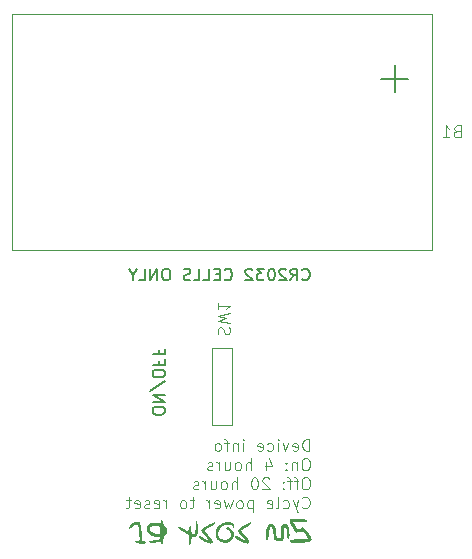
<source format=gbo>
%TF.GenerationSoftware,KiCad,Pcbnew,7.0.2-0*%
%TF.CreationDate,2024-07-21T16:06:54-04:00*%
%TF.ProjectId,Tree Ornanment 2024,54726565-204f-4726-9e61-6e6d656e7420,rev?*%
%TF.SameCoordinates,Original*%
%TF.FileFunction,Legend,Bot*%
%TF.FilePolarity,Positive*%
%FSLAX46Y46*%
G04 Gerber Fmt 4.6, Leading zero omitted, Abs format (unit mm)*
G04 Created by KiCad (PCBNEW 7.0.2-0) date 2024-07-21 16:06:54*
%MOMM*%
%LPD*%
G01*
G04 APERTURE LIST*
%ADD10C,0.100000*%
%ADD11C,0.150000*%
%ADD12C,0.400000*%
%ADD13C,0.200000*%
G04 APERTURE END LIST*
D10*
X147081904Y-141321619D02*
X147081904Y-140321619D01*
X147081904Y-140321619D02*
X146843809Y-140321619D01*
X146843809Y-140321619D02*
X146700952Y-140369238D01*
X146700952Y-140369238D02*
X146605714Y-140464476D01*
X146605714Y-140464476D02*
X146558095Y-140559714D01*
X146558095Y-140559714D02*
X146510476Y-140750190D01*
X146510476Y-140750190D02*
X146510476Y-140893047D01*
X146510476Y-140893047D02*
X146558095Y-141083523D01*
X146558095Y-141083523D02*
X146605714Y-141178761D01*
X146605714Y-141178761D02*
X146700952Y-141274000D01*
X146700952Y-141274000D02*
X146843809Y-141321619D01*
X146843809Y-141321619D02*
X147081904Y-141321619D01*
X145700952Y-141274000D02*
X145796190Y-141321619D01*
X145796190Y-141321619D02*
X145986666Y-141321619D01*
X145986666Y-141321619D02*
X146081904Y-141274000D01*
X146081904Y-141274000D02*
X146129523Y-141178761D01*
X146129523Y-141178761D02*
X146129523Y-140797809D01*
X146129523Y-140797809D02*
X146081904Y-140702571D01*
X146081904Y-140702571D02*
X145986666Y-140654952D01*
X145986666Y-140654952D02*
X145796190Y-140654952D01*
X145796190Y-140654952D02*
X145700952Y-140702571D01*
X145700952Y-140702571D02*
X145653333Y-140797809D01*
X145653333Y-140797809D02*
X145653333Y-140893047D01*
X145653333Y-140893047D02*
X146129523Y-140988285D01*
X145319999Y-140654952D02*
X145081904Y-141321619D01*
X145081904Y-141321619D02*
X144843809Y-140654952D01*
X144462856Y-141321619D02*
X144462856Y-140654952D01*
X144462856Y-140321619D02*
X144510475Y-140369238D01*
X144510475Y-140369238D02*
X144462856Y-140416857D01*
X144462856Y-140416857D02*
X144415237Y-140369238D01*
X144415237Y-140369238D02*
X144462856Y-140321619D01*
X144462856Y-140321619D02*
X144462856Y-140416857D01*
X143558095Y-141274000D02*
X143653333Y-141321619D01*
X143653333Y-141321619D02*
X143843809Y-141321619D01*
X143843809Y-141321619D02*
X143939047Y-141274000D01*
X143939047Y-141274000D02*
X143986666Y-141226380D01*
X143986666Y-141226380D02*
X144034285Y-141131142D01*
X144034285Y-141131142D02*
X144034285Y-140845428D01*
X144034285Y-140845428D02*
X143986666Y-140750190D01*
X143986666Y-140750190D02*
X143939047Y-140702571D01*
X143939047Y-140702571D02*
X143843809Y-140654952D01*
X143843809Y-140654952D02*
X143653333Y-140654952D01*
X143653333Y-140654952D02*
X143558095Y-140702571D01*
X142748571Y-141274000D02*
X142843809Y-141321619D01*
X142843809Y-141321619D02*
X143034285Y-141321619D01*
X143034285Y-141321619D02*
X143129523Y-141274000D01*
X143129523Y-141274000D02*
X143177142Y-141178761D01*
X143177142Y-141178761D02*
X143177142Y-140797809D01*
X143177142Y-140797809D02*
X143129523Y-140702571D01*
X143129523Y-140702571D02*
X143034285Y-140654952D01*
X143034285Y-140654952D02*
X142843809Y-140654952D01*
X142843809Y-140654952D02*
X142748571Y-140702571D01*
X142748571Y-140702571D02*
X142700952Y-140797809D01*
X142700952Y-140797809D02*
X142700952Y-140893047D01*
X142700952Y-140893047D02*
X143177142Y-140988285D01*
X141510475Y-141321619D02*
X141510475Y-140654952D01*
X141510475Y-140321619D02*
X141558094Y-140369238D01*
X141558094Y-140369238D02*
X141510475Y-140416857D01*
X141510475Y-140416857D02*
X141462856Y-140369238D01*
X141462856Y-140369238D02*
X141510475Y-140321619D01*
X141510475Y-140321619D02*
X141510475Y-140416857D01*
X141034285Y-140654952D02*
X141034285Y-141321619D01*
X141034285Y-140750190D02*
X140986666Y-140702571D01*
X140986666Y-140702571D02*
X140891428Y-140654952D01*
X140891428Y-140654952D02*
X140748571Y-140654952D01*
X140748571Y-140654952D02*
X140653333Y-140702571D01*
X140653333Y-140702571D02*
X140605714Y-140797809D01*
X140605714Y-140797809D02*
X140605714Y-141321619D01*
X140272380Y-140654952D02*
X139891428Y-140654952D01*
X140129523Y-141321619D02*
X140129523Y-140464476D01*
X140129523Y-140464476D02*
X140081904Y-140369238D01*
X140081904Y-140369238D02*
X139986666Y-140321619D01*
X139986666Y-140321619D02*
X139891428Y-140321619D01*
X139415237Y-141321619D02*
X139510475Y-141274000D01*
X139510475Y-141274000D02*
X139558094Y-141226380D01*
X139558094Y-141226380D02*
X139605713Y-141131142D01*
X139605713Y-141131142D02*
X139605713Y-140845428D01*
X139605713Y-140845428D02*
X139558094Y-140750190D01*
X139558094Y-140750190D02*
X139510475Y-140702571D01*
X139510475Y-140702571D02*
X139415237Y-140654952D01*
X139415237Y-140654952D02*
X139272380Y-140654952D01*
X139272380Y-140654952D02*
X139177142Y-140702571D01*
X139177142Y-140702571D02*
X139129523Y-140750190D01*
X139129523Y-140750190D02*
X139081904Y-140845428D01*
X139081904Y-140845428D02*
X139081904Y-141131142D01*
X139081904Y-141131142D02*
X139129523Y-141226380D01*
X139129523Y-141226380D02*
X139177142Y-141274000D01*
X139177142Y-141274000D02*
X139272380Y-141321619D01*
X139272380Y-141321619D02*
X139415237Y-141321619D01*
X146891428Y-141941619D02*
X146700952Y-141941619D01*
X146700952Y-141941619D02*
X146605714Y-141989238D01*
X146605714Y-141989238D02*
X146510476Y-142084476D01*
X146510476Y-142084476D02*
X146462857Y-142274952D01*
X146462857Y-142274952D02*
X146462857Y-142608285D01*
X146462857Y-142608285D02*
X146510476Y-142798761D01*
X146510476Y-142798761D02*
X146605714Y-142894000D01*
X146605714Y-142894000D02*
X146700952Y-142941619D01*
X146700952Y-142941619D02*
X146891428Y-142941619D01*
X146891428Y-142941619D02*
X146986666Y-142894000D01*
X146986666Y-142894000D02*
X147081904Y-142798761D01*
X147081904Y-142798761D02*
X147129523Y-142608285D01*
X147129523Y-142608285D02*
X147129523Y-142274952D01*
X147129523Y-142274952D02*
X147081904Y-142084476D01*
X147081904Y-142084476D02*
X146986666Y-141989238D01*
X146986666Y-141989238D02*
X146891428Y-141941619D01*
X146034285Y-142274952D02*
X146034285Y-142941619D01*
X146034285Y-142370190D02*
X145986666Y-142322571D01*
X145986666Y-142322571D02*
X145891428Y-142274952D01*
X145891428Y-142274952D02*
X145748571Y-142274952D01*
X145748571Y-142274952D02*
X145653333Y-142322571D01*
X145653333Y-142322571D02*
X145605714Y-142417809D01*
X145605714Y-142417809D02*
X145605714Y-142941619D01*
X145129523Y-142846380D02*
X145081904Y-142894000D01*
X145081904Y-142894000D02*
X145129523Y-142941619D01*
X145129523Y-142941619D02*
X145177142Y-142894000D01*
X145177142Y-142894000D02*
X145129523Y-142846380D01*
X145129523Y-142846380D02*
X145129523Y-142941619D01*
X145129523Y-142322571D02*
X145081904Y-142370190D01*
X145081904Y-142370190D02*
X145129523Y-142417809D01*
X145129523Y-142417809D02*
X145177142Y-142370190D01*
X145177142Y-142370190D02*
X145129523Y-142322571D01*
X145129523Y-142322571D02*
X145129523Y-142417809D01*
X143462857Y-142274952D02*
X143462857Y-142941619D01*
X143700952Y-141894000D02*
X143939047Y-142608285D01*
X143939047Y-142608285D02*
X143320000Y-142608285D01*
X142177142Y-142941619D02*
X142177142Y-141941619D01*
X141748571Y-142941619D02*
X141748571Y-142417809D01*
X141748571Y-142417809D02*
X141796190Y-142322571D01*
X141796190Y-142322571D02*
X141891428Y-142274952D01*
X141891428Y-142274952D02*
X142034285Y-142274952D01*
X142034285Y-142274952D02*
X142129523Y-142322571D01*
X142129523Y-142322571D02*
X142177142Y-142370190D01*
X141129523Y-142941619D02*
X141224761Y-142894000D01*
X141224761Y-142894000D02*
X141272380Y-142846380D01*
X141272380Y-142846380D02*
X141319999Y-142751142D01*
X141319999Y-142751142D02*
X141319999Y-142465428D01*
X141319999Y-142465428D02*
X141272380Y-142370190D01*
X141272380Y-142370190D02*
X141224761Y-142322571D01*
X141224761Y-142322571D02*
X141129523Y-142274952D01*
X141129523Y-142274952D02*
X140986666Y-142274952D01*
X140986666Y-142274952D02*
X140891428Y-142322571D01*
X140891428Y-142322571D02*
X140843809Y-142370190D01*
X140843809Y-142370190D02*
X140796190Y-142465428D01*
X140796190Y-142465428D02*
X140796190Y-142751142D01*
X140796190Y-142751142D02*
X140843809Y-142846380D01*
X140843809Y-142846380D02*
X140891428Y-142894000D01*
X140891428Y-142894000D02*
X140986666Y-142941619D01*
X140986666Y-142941619D02*
X141129523Y-142941619D01*
X139939047Y-142274952D02*
X139939047Y-142941619D01*
X140367618Y-142274952D02*
X140367618Y-142798761D01*
X140367618Y-142798761D02*
X140319999Y-142894000D01*
X140319999Y-142894000D02*
X140224761Y-142941619D01*
X140224761Y-142941619D02*
X140081904Y-142941619D01*
X140081904Y-142941619D02*
X139986666Y-142894000D01*
X139986666Y-142894000D02*
X139939047Y-142846380D01*
X139462856Y-142941619D02*
X139462856Y-142274952D01*
X139462856Y-142465428D02*
X139415237Y-142370190D01*
X139415237Y-142370190D02*
X139367618Y-142322571D01*
X139367618Y-142322571D02*
X139272380Y-142274952D01*
X139272380Y-142274952D02*
X139177142Y-142274952D01*
X138891427Y-142894000D02*
X138796189Y-142941619D01*
X138796189Y-142941619D02*
X138605713Y-142941619D01*
X138605713Y-142941619D02*
X138510475Y-142894000D01*
X138510475Y-142894000D02*
X138462856Y-142798761D01*
X138462856Y-142798761D02*
X138462856Y-142751142D01*
X138462856Y-142751142D02*
X138510475Y-142655904D01*
X138510475Y-142655904D02*
X138605713Y-142608285D01*
X138605713Y-142608285D02*
X138748570Y-142608285D01*
X138748570Y-142608285D02*
X138843808Y-142560666D01*
X138843808Y-142560666D02*
X138891427Y-142465428D01*
X138891427Y-142465428D02*
X138891427Y-142417809D01*
X138891427Y-142417809D02*
X138843808Y-142322571D01*
X138843808Y-142322571D02*
X138748570Y-142274952D01*
X138748570Y-142274952D02*
X138605713Y-142274952D01*
X138605713Y-142274952D02*
X138510475Y-142322571D01*
X146891428Y-143561619D02*
X146700952Y-143561619D01*
X146700952Y-143561619D02*
X146605714Y-143609238D01*
X146605714Y-143609238D02*
X146510476Y-143704476D01*
X146510476Y-143704476D02*
X146462857Y-143894952D01*
X146462857Y-143894952D02*
X146462857Y-144228285D01*
X146462857Y-144228285D02*
X146510476Y-144418761D01*
X146510476Y-144418761D02*
X146605714Y-144514000D01*
X146605714Y-144514000D02*
X146700952Y-144561619D01*
X146700952Y-144561619D02*
X146891428Y-144561619D01*
X146891428Y-144561619D02*
X146986666Y-144514000D01*
X146986666Y-144514000D02*
X147081904Y-144418761D01*
X147081904Y-144418761D02*
X147129523Y-144228285D01*
X147129523Y-144228285D02*
X147129523Y-143894952D01*
X147129523Y-143894952D02*
X147081904Y-143704476D01*
X147081904Y-143704476D02*
X146986666Y-143609238D01*
X146986666Y-143609238D02*
X146891428Y-143561619D01*
X146177142Y-143894952D02*
X145796190Y-143894952D01*
X146034285Y-144561619D02*
X146034285Y-143704476D01*
X146034285Y-143704476D02*
X145986666Y-143609238D01*
X145986666Y-143609238D02*
X145891428Y-143561619D01*
X145891428Y-143561619D02*
X145796190Y-143561619D01*
X145605713Y-143894952D02*
X145224761Y-143894952D01*
X145462856Y-144561619D02*
X145462856Y-143704476D01*
X145462856Y-143704476D02*
X145415237Y-143609238D01*
X145415237Y-143609238D02*
X145319999Y-143561619D01*
X145319999Y-143561619D02*
X145224761Y-143561619D01*
X144891427Y-144466380D02*
X144843808Y-144514000D01*
X144843808Y-144514000D02*
X144891427Y-144561619D01*
X144891427Y-144561619D02*
X144939046Y-144514000D01*
X144939046Y-144514000D02*
X144891427Y-144466380D01*
X144891427Y-144466380D02*
X144891427Y-144561619D01*
X144891427Y-143942571D02*
X144843808Y-143990190D01*
X144843808Y-143990190D02*
X144891427Y-144037809D01*
X144891427Y-144037809D02*
X144939046Y-143990190D01*
X144939046Y-143990190D02*
X144891427Y-143942571D01*
X144891427Y-143942571D02*
X144891427Y-144037809D01*
X143700951Y-143656857D02*
X143653332Y-143609238D01*
X143653332Y-143609238D02*
X143558094Y-143561619D01*
X143558094Y-143561619D02*
X143319999Y-143561619D01*
X143319999Y-143561619D02*
X143224761Y-143609238D01*
X143224761Y-143609238D02*
X143177142Y-143656857D01*
X143177142Y-143656857D02*
X143129523Y-143752095D01*
X143129523Y-143752095D02*
X143129523Y-143847333D01*
X143129523Y-143847333D02*
X143177142Y-143990190D01*
X143177142Y-143990190D02*
X143748570Y-144561619D01*
X143748570Y-144561619D02*
X143129523Y-144561619D01*
X142510475Y-143561619D02*
X142415237Y-143561619D01*
X142415237Y-143561619D02*
X142319999Y-143609238D01*
X142319999Y-143609238D02*
X142272380Y-143656857D01*
X142272380Y-143656857D02*
X142224761Y-143752095D01*
X142224761Y-143752095D02*
X142177142Y-143942571D01*
X142177142Y-143942571D02*
X142177142Y-144180666D01*
X142177142Y-144180666D02*
X142224761Y-144371142D01*
X142224761Y-144371142D02*
X142272380Y-144466380D01*
X142272380Y-144466380D02*
X142319999Y-144514000D01*
X142319999Y-144514000D02*
X142415237Y-144561619D01*
X142415237Y-144561619D02*
X142510475Y-144561619D01*
X142510475Y-144561619D02*
X142605713Y-144514000D01*
X142605713Y-144514000D02*
X142653332Y-144466380D01*
X142653332Y-144466380D02*
X142700951Y-144371142D01*
X142700951Y-144371142D02*
X142748570Y-144180666D01*
X142748570Y-144180666D02*
X142748570Y-143942571D01*
X142748570Y-143942571D02*
X142700951Y-143752095D01*
X142700951Y-143752095D02*
X142653332Y-143656857D01*
X142653332Y-143656857D02*
X142605713Y-143609238D01*
X142605713Y-143609238D02*
X142510475Y-143561619D01*
X140986665Y-144561619D02*
X140986665Y-143561619D01*
X140558094Y-144561619D02*
X140558094Y-144037809D01*
X140558094Y-144037809D02*
X140605713Y-143942571D01*
X140605713Y-143942571D02*
X140700951Y-143894952D01*
X140700951Y-143894952D02*
X140843808Y-143894952D01*
X140843808Y-143894952D02*
X140939046Y-143942571D01*
X140939046Y-143942571D02*
X140986665Y-143990190D01*
X139939046Y-144561619D02*
X140034284Y-144514000D01*
X140034284Y-144514000D02*
X140081903Y-144466380D01*
X140081903Y-144466380D02*
X140129522Y-144371142D01*
X140129522Y-144371142D02*
X140129522Y-144085428D01*
X140129522Y-144085428D02*
X140081903Y-143990190D01*
X140081903Y-143990190D02*
X140034284Y-143942571D01*
X140034284Y-143942571D02*
X139939046Y-143894952D01*
X139939046Y-143894952D02*
X139796189Y-143894952D01*
X139796189Y-143894952D02*
X139700951Y-143942571D01*
X139700951Y-143942571D02*
X139653332Y-143990190D01*
X139653332Y-143990190D02*
X139605713Y-144085428D01*
X139605713Y-144085428D02*
X139605713Y-144371142D01*
X139605713Y-144371142D02*
X139653332Y-144466380D01*
X139653332Y-144466380D02*
X139700951Y-144514000D01*
X139700951Y-144514000D02*
X139796189Y-144561619D01*
X139796189Y-144561619D02*
X139939046Y-144561619D01*
X138748570Y-143894952D02*
X138748570Y-144561619D01*
X139177141Y-143894952D02*
X139177141Y-144418761D01*
X139177141Y-144418761D02*
X139129522Y-144514000D01*
X139129522Y-144514000D02*
X139034284Y-144561619D01*
X139034284Y-144561619D02*
X138891427Y-144561619D01*
X138891427Y-144561619D02*
X138796189Y-144514000D01*
X138796189Y-144514000D02*
X138748570Y-144466380D01*
X138272379Y-144561619D02*
X138272379Y-143894952D01*
X138272379Y-144085428D02*
X138224760Y-143990190D01*
X138224760Y-143990190D02*
X138177141Y-143942571D01*
X138177141Y-143942571D02*
X138081903Y-143894952D01*
X138081903Y-143894952D02*
X137986665Y-143894952D01*
X137700950Y-144514000D02*
X137605712Y-144561619D01*
X137605712Y-144561619D02*
X137415236Y-144561619D01*
X137415236Y-144561619D02*
X137319998Y-144514000D01*
X137319998Y-144514000D02*
X137272379Y-144418761D01*
X137272379Y-144418761D02*
X137272379Y-144371142D01*
X137272379Y-144371142D02*
X137319998Y-144275904D01*
X137319998Y-144275904D02*
X137415236Y-144228285D01*
X137415236Y-144228285D02*
X137558093Y-144228285D01*
X137558093Y-144228285D02*
X137653331Y-144180666D01*
X137653331Y-144180666D02*
X137700950Y-144085428D01*
X137700950Y-144085428D02*
X137700950Y-144037809D01*
X137700950Y-144037809D02*
X137653331Y-143942571D01*
X137653331Y-143942571D02*
X137558093Y-143894952D01*
X137558093Y-143894952D02*
X137415236Y-143894952D01*
X137415236Y-143894952D02*
X137319998Y-143942571D01*
X146510476Y-146086380D02*
X146558095Y-146134000D01*
X146558095Y-146134000D02*
X146700952Y-146181619D01*
X146700952Y-146181619D02*
X146796190Y-146181619D01*
X146796190Y-146181619D02*
X146939047Y-146134000D01*
X146939047Y-146134000D02*
X147034285Y-146038761D01*
X147034285Y-146038761D02*
X147081904Y-145943523D01*
X147081904Y-145943523D02*
X147129523Y-145753047D01*
X147129523Y-145753047D02*
X147129523Y-145610190D01*
X147129523Y-145610190D02*
X147081904Y-145419714D01*
X147081904Y-145419714D02*
X147034285Y-145324476D01*
X147034285Y-145324476D02*
X146939047Y-145229238D01*
X146939047Y-145229238D02*
X146796190Y-145181619D01*
X146796190Y-145181619D02*
X146700952Y-145181619D01*
X146700952Y-145181619D02*
X146558095Y-145229238D01*
X146558095Y-145229238D02*
X146510476Y-145276857D01*
X146177142Y-145514952D02*
X145939047Y-146181619D01*
X145700952Y-145514952D02*
X145939047Y-146181619D01*
X145939047Y-146181619D02*
X146034285Y-146419714D01*
X146034285Y-146419714D02*
X146081904Y-146467333D01*
X146081904Y-146467333D02*
X146177142Y-146514952D01*
X144891428Y-146134000D02*
X144986666Y-146181619D01*
X144986666Y-146181619D02*
X145177142Y-146181619D01*
X145177142Y-146181619D02*
X145272380Y-146134000D01*
X145272380Y-146134000D02*
X145319999Y-146086380D01*
X145319999Y-146086380D02*
X145367618Y-145991142D01*
X145367618Y-145991142D02*
X145367618Y-145705428D01*
X145367618Y-145705428D02*
X145319999Y-145610190D01*
X145319999Y-145610190D02*
X145272380Y-145562571D01*
X145272380Y-145562571D02*
X145177142Y-145514952D01*
X145177142Y-145514952D02*
X144986666Y-145514952D01*
X144986666Y-145514952D02*
X144891428Y-145562571D01*
X144319999Y-146181619D02*
X144415237Y-146134000D01*
X144415237Y-146134000D02*
X144462856Y-146038761D01*
X144462856Y-146038761D02*
X144462856Y-145181619D01*
X143558094Y-146134000D02*
X143653332Y-146181619D01*
X143653332Y-146181619D02*
X143843808Y-146181619D01*
X143843808Y-146181619D02*
X143939046Y-146134000D01*
X143939046Y-146134000D02*
X143986665Y-146038761D01*
X143986665Y-146038761D02*
X143986665Y-145657809D01*
X143986665Y-145657809D02*
X143939046Y-145562571D01*
X143939046Y-145562571D02*
X143843808Y-145514952D01*
X143843808Y-145514952D02*
X143653332Y-145514952D01*
X143653332Y-145514952D02*
X143558094Y-145562571D01*
X143558094Y-145562571D02*
X143510475Y-145657809D01*
X143510475Y-145657809D02*
X143510475Y-145753047D01*
X143510475Y-145753047D02*
X143986665Y-145848285D01*
X142319998Y-145514952D02*
X142319998Y-146514952D01*
X142319998Y-145562571D02*
X142224760Y-145514952D01*
X142224760Y-145514952D02*
X142034284Y-145514952D01*
X142034284Y-145514952D02*
X141939046Y-145562571D01*
X141939046Y-145562571D02*
X141891427Y-145610190D01*
X141891427Y-145610190D02*
X141843808Y-145705428D01*
X141843808Y-145705428D02*
X141843808Y-145991142D01*
X141843808Y-145991142D02*
X141891427Y-146086380D01*
X141891427Y-146086380D02*
X141939046Y-146134000D01*
X141939046Y-146134000D02*
X142034284Y-146181619D01*
X142034284Y-146181619D02*
X142224760Y-146181619D01*
X142224760Y-146181619D02*
X142319998Y-146134000D01*
X141272379Y-146181619D02*
X141367617Y-146134000D01*
X141367617Y-146134000D02*
X141415236Y-146086380D01*
X141415236Y-146086380D02*
X141462855Y-145991142D01*
X141462855Y-145991142D02*
X141462855Y-145705428D01*
X141462855Y-145705428D02*
X141415236Y-145610190D01*
X141415236Y-145610190D02*
X141367617Y-145562571D01*
X141367617Y-145562571D02*
X141272379Y-145514952D01*
X141272379Y-145514952D02*
X141129522Y-145514952D01*
X141129522Y-145514952D02*
X141034284Y-145562571D01*
X141034284Y-145562571D02*
X140986665Y-145610190D01*
X140986665Y-145610190D02*
X140939046Y-145705428D01*
X140939046Y-145705428D02*
X140939046Y-145991142D01*
X140939046Y-145991142D02*
X140986665Y-146086380D01*
X140986665Y-146086380D02*
X141034284Y-146134000D01*
X141034284Y-146134000D02*
X141129522Y-146181619D01*
X141129522Y-146181619D02*
X141272379Y-146181619D01*
X140605712Y-145514952D02*
X140415236Y-146181619D01*
X140415236Y-146181619D02*
X140224760Y-145705428D01*
X140224760Y-145705428D02*
X140034284Y-146181619D01*
X140034284Y-146181619D02*
X139843808Y-145514952D01*
X139081903Y-146134000D02*
X139177141Y-146181619D01*
X139177141Y-146181619D02*
X139367617Y-146181619D01*
X139367617Y-146181619D02*
X139462855Y-146134000D01*
X139462855Y-146134000D02*
X139510474Y-146038761D01*
X139510474Y-146038761D02*
X139510474Y-145657809D01*
X139510474Y-145657809D02*
X139462855Y-145562571D01*
X139462855Y-145562571D02*
X139367617Y-145514952D01*
X139367617Y-145514952D02*
X139177141Y-145514952D01*
X139177141Y-145514952D02*
X139081903Y-145562571D01*
X139081903Y-145562571D02*
X139034284Y-145657809D01*
X139034284Y-145657809D02*
X139034284Y-145753047D01*
X139034284Y-145753047D02*
X139510474Y-145848285D01*
X138605712Y-146181619D02*
X138605712Y-145514952D01*
X138605712Y-145705428D02*
X138558093Y-145610190D01*
X138558093Y-145610190D02*
X138510474Y-145562571D01*
X138510474Y-145562571D02*
X138415236Y-145514952D01*
X138415236Y-145514952D02*
X138319998Y-145514952D01*
X137367616Y-145514952D02*
X136986664Y-145514952D01*
X137224759Y-145181619D02*
X137224759Y-146038761D01*
X137224759Y-146038761D02*
X137177140Y-146134000D01*
X137177140Y-146134000D02*
X137081902Y-146181619D01*
X137081902Y-146181619D02*
X136986664Y-146181619D01*
X136510473Y-146181619D02*
X136605711Y-146134000D01*
X136605711Y-146134000D02*
X136653330Y-146086380D01*
X136653330Y-146086380D02*
X136700949Y-145991142D01*
X136700949Y-145991142D02*
X136700949Y-145705428D01*
X136700949Y-145705428D02*
X136653330Y-145610190D01*
X136653330Y-145610190D02*
X136605711Y-145562571D01*
X136605711Y-145562571D02*
X136510473Y-145514952D01*
X136510473Y-145514952D02*
X136367616Y-145514952D01*
X136367616Y-145514952D02*
X136272378Y-145562571D01*
X136272378Y-145562571D02*
X136224759Y-145610190D01*
X136224759Y-145610190D02*
X136177140Y-145705428D01*
X136177140Y-145705428D02*
X136177140Y-145991142D01*
X136177140Y-145991142D02*
X136224759Y-146086380D01*
X136224759Y-146086380D02*
X136272378Y-146134000D01*
X136272378Y-146134000D02*
X136367616Y-146181619D01*
X136367616Y-146181619D02*
X136510473Y-146181619D01*
X134986663Y-146181619D02*
X134986663Y-145514952D01*
X134986663Y-145705428D02*
X134939044Y-145610190D01*
X134939044Y-145610190D02*
X134891425Y-145562571D01*
X134891425Y-145562571D02*
X134796187Y-145514952D01*
X134796187Y-145514952D02*
X134700949Y-145514952D01*
X133986663Y-146134000D02*
X134081901Y-146181619D01*
X134081901Y-146181619D02*
X134272377Y-146181619D01*
X134272377Y-146181619D02*
X134367615Y-146134000D01*
X134367615Y-146134000D02*
X134415234Y-146038761D01*
X134415234Y-146038761D02*
X134415234Y-145657809D01*
X134415234Y-145657809D02*
X134367615Y-145562571D01*
X134367615Y-145562571D02*
X134272377Y-145514952D01*
X134272377Y-145514952D02*
X134081901Y-145514952D01*
X134081901Y-145514952D02*
X133986663Y-145562571D01*
X133986663Y-145562571D02*
X133939044Y-145657809D01*
X133939044Y-145657809D02*
X133939044Y-145753047D01*
X133939044Y-145753047D02*
X134415234Y-145848285D01*
X133558091Y-146134000D02*
X133462853Y-146181619D01*
X133462853Y-146181619D02*
X133272377Y-146181619D01*
X133272377Y-146181619D02*
X133177139Y-146134000D01*
X133177139Y-146134000D02*
X133129520Y-146038761D01*
X133129520Y-146038761D02*
X133129520Y-145991142D01*
X133129520Y-145991142D02*
X133177139Y-145895904D01*
X133177139Y-145895904D02*
X133272377Y-145848285D01*
X133272377Y-145848285D02*
X133415234Y-145848285D01*
X133415234Y-145848285D02*
X133510472Y-145800666D01*
X133510472Y-145800666D02*
X133558091Y-145705428D01*
X133558091Y-145705428D02*
X133558091Y-145657809D01*
X133558091Y-145657809D02*
X133510472Y-145562571D01*
X133510472Y-145562571D02*
X133415234Y-145514952D01*
X133415234Y-145514952D02*
X133272377Y-145514952D01*
X133272377Y-145514952D02*
X133177139Y-145562571D01*
X132319996Y-146134000D02*
X132415234Y-146181619D01*
X132415234Y-146181619D02*
X132605710Y-146181619D01*
X132605710Y-146181619D02*
X132700948Y-146134000D01*
X132700948Y-146134000D02*
X132748567Y-146038761D01*
X132748567Y-146038761D02*
X132748567Y-145657809D01*
X132748567Y-145657809D02*
X132700948Y-145562571D01*
X132700948Y-145562571D02*
X132605710Y-145514952D01*
X132605710Y-145514952D02*
X132415234Y-145514952D01*
X132415234Y-145514952D02*
X132319996Y-145562571D01*
X132319996Y-145562571D02*
X132272377Y-145657809D01*
X132272377Y-145657809D02*
X132272377Y-145753047D01*
X132272377Y-145753047D02*
X132748567Y-145848285D01*
X131986662Y-145514952D02*
X131605710Y-145514952D01*
X131843805Y-145181619D02*
X131843805Y-146038761D01*
X131843805Y-146038761D02*
X131796186Y-146134000D01*
X131796186Y-146134000D02*
X131700948Y-146181619D01*
X131700948Y-146181619D02*
X131605710Y-146181619D01*
D11*
G36*
X134632501Y-147181310D02*
G01*
X134651647Y-147185329D01*
X134671866Y-147197887D01*
X134685071Y-147213961D01*
X134695634Y-147235393D01*
X134701824Y-147254984D01*
X134706528Y-147277588D01*
X134709747Y-147303206D01*
X134711480Y-147331838D01*
X134711810Y-147352601D01*
X134712512Y-147375033D01*
X134714618Y-147397145D01*
X134718129Y-147418936D01*
X134723045Y-147440406D01*
X134729365Y-147461556D01*
X134737089Y-147482386D01*
X134746217Y-147502894D01*
X134756750Y-147523083D01*
X134768863Y-147543355D01*
X134782732Y-147564115D01*
X134794285Y-147580006D01*
X134806826Y-147596172D01*
X134820354Y-147612613D01*
X134834870Y-147629328D01*
X134850373Y-147646318D01*
X134866864Y-147663583D01*
X134884342Y-147681123D01*
X134902808Y-147698937D01*
X134925668Y-147720916D01*
X134947111Y-147742890D01*
X134967136Y-147764857D01*
X134985743Y-147786819D01*
X135002933Y-147808775D01*
X135018705Y-147830725D01*
X135033059Y-147852670D01*
X135045995Y-147874609D01*
X135057513Y-147896542D01*
X135067614Y-147918470D01*
X135076297Y-147940391D01*
X135083563Y-147962308D01*
X135089410Y-147984218D01*
X135093840Y-148006122D01*
X135096852Y-148028021D01*
X135098446Y-148049914D01*
X135098623Y-148071802D01*
X135097381Y-148093683D01*
X135094722Y-148115559D01*
X135090646Y-148137430D01*
X135085151Y-148159294D01*
X135078239Y-148181153D01*
X135069909Y-148203006D01*
X135060161Y-148224853D01*
X135048996Y-148246695D01*
X135036412Y-148268531D01*
X135022411Y-148290361D01*
X135006992Y-148312185D01*
X134990156Y-148334004D01*
X134971902Y-148355817D01*
X134952230Y-148377624D01*
X134931140Y-148399426D01*
X134912686Y-148418815D01*
X134895425Y-148437963D01*
X134879358Y-148456871D01*
X134864484Y-148475538D01*
X134850804Y-148493965D01*
X134838318Y-148512152D01*
X134827025Y-148530098D01*
X134816926Y-148547803D01*
X134805317Y-148571037D01*
X134795829Y-148593843D01*
X134791715Y-148605473D01*
X134785916Y-148624400D01*
X134780564Y-148645104D01*
X134775658Y-148667585D01*
X134771199Y-148691844D01*
X134767186Y-148717880D01*
X134763620Y-148745694D01*
X134761490Y-148765223D01*
X134759559Y-148785543D01*
X134757827Y-148806653D01*
X134756292Y-148828553D01*
X134754957Y-148851243D01*
X134753819Y-148874722D01*
X134753421Y-148883838D01*
X134752140Y-148906242D01*
X134750453Y-148928097D01*
X134748362Y-148949404D01*
X134745864Y-148970162D01*
X134742962Y-148990372D01*
X134739653Y-149010033D01*
X134737517Y-149022664D01*
X134733063Y-149046775D01*
X134728369Y-149069353D01*
X134723435Y-149090396D01*
X134718260Y-149109904D01*
X134710047Y-149136291D01*
X134701292Y-149159226D01*
X134691997Y-149178709D01*
X134678762Y-149199317D01*
X134660866Y-149216448D01*
X134641468Y-149223990D01*
X134621319Y-149221429D01*
X134605313Y-149209373D01*
X134592867Y-149192374D01*
X134583494Y-149174223D01*
X134574641Y-149152028D01*
X134568341Y-149132726D01*
X134562333Y-149111150D01*
X134560914Y-149106297D01*
X134553374Y-149083924D01*
X134545095Y-149064700D01*
X134534185Y-149045786D01*
X134520110Y-149029450D01*
X134502249Y-149018337D01*
X134485540Y-149014416D01*
X134463987Y-149013277D01*
X134442327Y-149014453D01*
X134422578Y-149016784D01*
X134400676Y-149020353D01*
X134376622Y-149025157D01*
X134357169Y-149029572D01*
X134319263Y-149037096D01*
X134282236Y-149044156D01*
X134246089Y-149050754D01*
X134210822Y-149056889D01*
X134176434Y-149062562D01*
X134142926Y-149067772D01*
X134110298Y-149072519D01*
X134078549Y-149076803D01*
X134047680Y-149080624D01*
X134017691Y-149083983D01*
X133988581Y-149086879D01*
X133960351Y-149089313D01*
X133933000Y-149091283D01*
X133906530Y-149092791D01*
X133880938Y-149093836D01*
X133856227Y-149094419D01*
X133832395Y-149094539D01*
X133809443Y-149094196D01*
X133787371Y-149093390D01*
X133766178Y-149092121D01*
X133745865Y-149090390D01*
X133726431Y-149088196D01*
X133690203Y-149082420D01*
X133657493Y-149074794D01*
X133628303Y-149065316D01*
X133602630Y-149053987D01*
X133580477Y-149040808D01*
X133576663Y-149037695D01*
X133559497Y-149023108D01*
X133543085Y-149007743D01*
X133529711Y-148992770D01*
X133521370Y-148973397D01*
X133522593Y-148970200D01*
X133540368Y-148958683D01*
X133559949Y-148951871D01*
X133579133Y-148946652D01*
X133602173Y-148941338D01*
X133629068Y-148935930D01*
X133649140Y-148932272D01*
X133670925Y-148928572D01*
X133694424Y-148924830D01*
X133719636Y-148921047D01*
X133746562Y-148917221D01*
X133778418Y-148912702D01*
X133809264Y-148908306D01*
X133839098Y-148904032D01*
X133867920Y-148899879D01*
X133895731Y-148895849D01*
X133922531Y-148891942D01*
X133948320Y-148888156D01*
X133973097Y-148884492D01*
X133996863Y-148880951D01*
X134019618Y-148877531D01*
X134041361Y-148874234D01*
X134062093Y-148871059D01*
X134081814Y-148868006D01*
X134109499Y-148863655D01*
X134134908Y-148859579D01*
X134150908Y-148856879D01*
X134174228Y-148852779D01*
X134196732Y-148848619D01*
X134218421Y-148844399D01*
X134239293Y-148840118D01*
X134259350Y-148835778D01*
X134278592Y-148831377D01*
X134302978Y-148825416D01*
X134325914Y-148819348D01*
X134347399Y-148813173D01*
X134352529Y-148811591D01*
X134371836Y-148805378D01*
X134393243Y-148797870D01*
X134414933Y-148789237D01*
X134434724Y-148779687D01*
X134451447Y-148768233D01*
X134454011Y-148765655D01*
X134465933Y-148748816D01*
X134473566Y-148729601D01*
X134477825Y-148709126D01*
X134478656Y-148705473D01*
X134481335Y-148685277D01*
X134478762Y-148662944D01*
X134467475Y-148644096D01*
X134449981Y-148632922D01*
X134437693Y-148628915D01*
X134417653Y-148624657D01*
X134397877Y-148621852D01*
X134374773Y-148619582D01*
X134355261Y-148618229D01*
X134333877Y-148617177D01*
X134310622Y-148616426D01*
X134285494Y-148615975D01*
X134258495Y-148615825D01*
X134229380Y-148615155D01*
X134200411Y-148613757D01*
X134171586Y-148611629D01*
X134142907Y-148608773D01*
X134114373Y-148605187D01*
X134085983Y-148600873D01*
X134057739Y-148595830D01*
X134029639Y-148590057D01*
X134001685Y-148583556D01*
X133973876Y-148576326D01*
X133946211Y-148568368D01*
X133918692Y-148559680D01*
X133891318Y-148550263D01*
X133864089Y-148540117D01*
X133837004Y-148529243D01*
X133810065Y-148517639D01*
X133783462Y-148505437D01*
X133757507Y-148492765D01*
X133732201Y-148479623D01*
X133707544Y-148466013D01*
X133683536Y-148451932D01*
X133660176Y-148437383D01*
X133637466Y-148422364D01*
X133615404Y-148406875D01*
X133593990Y-148390917D01*
X133573226Y-148374490D01*
X133553110Y-148357594D01*
X133533643Y-148340228D01*
X133514825Y-148322392D01*
X133496656Y-148304087D01*
X133479135Y-148285313D01*
X133462263Y-148266069D01*
X133446233Y-148246480D01*
X133431237Y-148226792D01*
X133417275Y-148207004D01*
X133404347Y-148187118D01*
X133392454Y-148167132D01*
X133381594Y-148147047D01*
X133371769Y-148126862D01*
X133362979Y-148106579D01*
X133355222Y-148086196D01*
X133348500Y-148065714D01*
X133342811Y-148045133D01*
X133338157Y-148024452D01*
X133334538Y-148003672D01*
X133331952Y-147982793D01*
X133330401Y-147961815D01*
X133329884Y-147940738D01*
X133330706Y-147904789D01*
X133331930Y-147887554D01*
X133614213Y-147887554D01*
X133614984Y-147907780D01*
X133617113Y-147929503D01*
X133618295Y-147939316D01*
X133621520Y-147958653D01*
X133628511Y-147986936D01*
X133638086Y-148014352D01*
X133650246Y-148040900D01*
X133659789Y-148058117D01*
X133670480Y-148074949D01*
X133682320Y-148091396D01*
X133695309Y-148107456D01*
X133709447Y-148123132D01*
X133724733Y-148138422D01*
X133741168Y-148153326D01*
X133758751Y-148167845D01*
X133777483Y-148181979D01*
X133797364Y-148195727D01*
X133818110Y-148208899D01*
X133839557Y-148221426D01*
X133861707Y-148233308D01*
X133884559Y-148244545D01*
X133908113Y-148255138D01*
X133932370Y-148265085D01*
X133957328Y-148274387D01*
X133982989Y-148283044D01*
X134009352Y-148291056D01*
X134036417Y-148298424D01*
X134064185Y-148305146D01*
X134092654Y-148311224D01*
X134121826Y-148316656D01*
X134151700Y-148321444D01*
X134182276Y-148325586D01*
X134213554Y-148329084D01*
X134494922Y-148354485D01*
X134479553Y-148063348D01*
X134711810Y-148063348D01*
X134712558Y-148082973D01*
X134715244Y-148103741D01*
X134719885Y-148122738D01*
X134727441Y-148141994D01*
X134732352Y-148151282D01*
X134745599Y-148167150D01*
X134765055Y-148174234D01*
X134777269Y-148171568D01*
X134793412Y-148158303D01*
X134804622Y-148140528D01*
X134811093Y-148125315D01*
X134817078Y-148104381D01*
X134820192Y-148084475D01*
X134821230Y-148063348D01*
X134820436Y-148044604D01*
X134817581Y-148024386D01*
X134812650Y-148005449D01*
X134804622Y-147985678D01*
X134798022Y-147974224D01*
X134783688Y-147958424D01*
X134765055Y-147951973D01*
X134752995Y-147954562D01*
X134737621Y-147967442D01*
X134727441Y-147984702D01*
X134719885Y-148003957D01*
X134715244Y-148022955D01*
X134712558Y-148043723D01*
X134711810Y-148063348D01*
X134479553Y-148063348D01*
X134477825Y-148030619D01*
X134477110Y-148017069D01*
X134475607Y-147990916D01*
X134474004Y-147966026D01*
X134472302Y-147942399D01*
X134470501Y-147920036D01*
X134468600Y-147898936D01*
X134465563Y-147869654D01*
X134462303Y-147843214D01*
X134458820Y-147819616D01*
X134455113Y-147798861D01*
X134449824Y-147775608D01*
X134442654Y-147753648D01*
X134433433Y-147736422D01*
X134420729Y-147720770D01*
X134404544Y-147706693D01*
X134384875Y-147694190D01*
X134366633Y-147685321D01*
X134346163Y-147677459D01*
X134323464Y-147670605D01*
X134313324Y-147667847D01*
X134293392Y-147662638D01*
X134273921Y-147657837D01*
X134245581Y-147651402D01*
X134218279Y-147645885D01*
X134192017Y-147641287D01*
X134166794Y-147637607D01*
X134142609Y-147634847D01*
X134119464Y-147633005D01*
X134097358Y-147632082D01*
X134076290Y-147632077D01*
X134056262Y-147632992D01*
X134042989Y-147634072D01*
X134022306Y-147636536D01*
X134000697Y-147640014D01*
X133978160Y-147644505D01*
X133954695Y-147650009D01*
X133930303Y-147656526D01*
X133904984Y-147664056D01*
X133878737Y-147672600D01*
X133851563Y-147682157D01*
X133832932Y-147689091D01*
X133813889Y-147696476D01*
X133794434Y-147704311D01*
X133771977Y-147713763D01*
X133751134Y-147723070D01*
X133731905Y-147732230D01*
X133708779Y-147744217D01*
X133688522Y-147755945D01*
X133671135Y-147767413D01*
X133653437Y-147781383D01*
X133638118Y-147797612D01*
X133634258Y-147803050D01*
X133624715Y-147821608D01*
X133618230Y-147843533D01*
X133615160Y-147864375D01*
X133614213Y-147887554D01*
X133331930Y-147887554D01*
X133333171Y-147870092D01*
X133337281Y-147836649D01*
X133343035Y-147804458D01*
X133350432Y-147773520D01*
X133359473Y-147743834D01*
X133370158Y-147715401D01*
X133382487Y-147688221D01*
X133396460Y-147662294D01*
X133412077Y-147637619D01*
X133429338Y-147614197D01*
X133448242Y-147592028D01*
X133468791Y-147571111D01*
X133490983Y-147551447D01*
X133514819Y-147533036D01*
X133540299Y-147515877D01*
X133567423Y-147499972D01*
X133596190Y-147485318D01*
X133626602Y-147471918D01*
X133658657Y-147459770D01*
X133692357Y-147448875D01*
X133727700Y-147439233D01*
X133764687Y-147430843D01*
X133803318Y-147423706D01*
X133843593Y-147417822D01*
X133885511Y-147413190D01*
X133929074Y-147409812D01*
X133974280Y-147407685D01*
X134021131Y-147406812D01*
X134069625Y-147407191D01*
X134119763Y-147408823D01*
X134171545Y-147411708D01*
X134188364Y-147413077D01*
X134220703Y-147415603D01*
X134251310Y-147417847D01*
X134280184Y-147419809D01*
X134307325Y-147421488D01*
X134332734Y-147422885D01*
X134356411Y-147423999D01*
X134378354Y-147424831D01*
X134398565Y-147425381D01*
X134425633Y-147425675D01*
X134448803Y-147425335D01*
X134473632Y-147423892D01*
X134494922Y-147420501D01*
X134514717Y-147410540D01*
X134527815Y-147396011D01*
X134537340Y-147375952D01*
X134542549Y-147355013D01*
X134544931Y-147335496D01*
X134545725Y-147313522D01*
X134546076Y-147298433D01*
X134547919Y-147277372D01*
X134552066Y-147255190D01*
X134558364Y-147235578D01*
X134568195Y-147216314D01*
X134574034Y-147208070D01*
X134588790Y-147193542D01*
X134607814Y-147183925D01*
X134627302Y-147181143D01*
X134632501Y-147181310D01*
G37*
G36*
X132728558Y-147358463D02*
G01*
X132714979Y-147343900D01*
X132699646Y-147331230D01*
X132682556Y-147320453D01*
X132663711Y-147311568D01*
X132643111Y-147304577D01*
X132620755Y-147299478D01*
X132596644Y-147296273D01*
X132570777Y-147294960D01*
X132550611Y-147295144D01*
X132530231Y-147296248D01*
X132509636Y-147298270D01*
X132488826Y-147301211D01*
X132467801Y-147305071D01*
X132446562Y-147309849D01*
X132425108Y-147315546D01*
X132403440Y-147322162D01*
X132381557Y-147329697D01*
X132359459Y-147338151D01*
X132344608Y-147344297D01*
X132322245Y-147354033D01*
X132300038Y-147364189D01*
X132277984Y-147374767D01*
X132256085Y-147385765D01*
X132234341Y-147397183D01*
X132212751Y-147409023D01*
X132191316Y-147421283D01*
X132170035Y-147433964D01*
X132148909Y-147447066D01*
X132127938Y-147460589D01*
X132114043Y-147469838D01*
X132093495Y-147483961D01*
X132073617Y-147498488D01*
X132054408Y-147513419D01*
X132035870Y-147528754D01*
X132018001Y-147544491D01*
X132000802Y-147560633D01*
X131984273Y-147577178D01*
X131968413Y-147594127D01*
X131953223Y-147611479D01*
X131938703Y-147629235D01*
X131929395Y-147641296D01*
X131916301Y-147659350D01*
X131904494Y-147677240D01*
X131893975Y-147694967D01*
X131884745Y-147712531D01*
X131874441Y-147735696D01*
X131866426Y-147758571D01*
X131860702Y-147781156D01*
X131857267Y-147803450D01*
X131856122Y-147825455D01*
X131857977Y-147849661D01*
X131863541Y-147868423D01*
X131876730Y-147884970D01*
X131896514Y-147891840D01*
X131922892Y-147889031D01*
X131947004Y-147880573D01*
X131965139Y-147871910D01*
X131984922Y-147860827D01*
X132006355Y-147847325D01*
X132029436Y-147831404D01*
X132054165Y-147813063D01*
X132067148Y-147802985D01*
X132083358Y-147790143D01*
X132100235Y-147776347D01*
X132117781Y-147761597D01*
X132135994Y-147745893D01*
X132151046Y-147732643D01*
X132166524Y-147718782D01*
X132182431Y-147704311D01*
X132200683Y-147687840D01*
X132218438Y-147672134D01*
X132235694Y-147657191D01*
X132252452Y-147643013D01*
X132268712Y-147629600D01*
X132284475Y-147616950D01*
X132304716Y-147601273D01*
X132324073Y-147586954D01*
X132342543Y-147573994D01*
X132351447Y-147568023D01*
X132368857Y-147557124D01*
X132390125Y-147545475D01*
X132410846Y-147536020D01*
X132431017Y-147528759D01*
X132450640Y-147523693D01*
X132473463Y-147520510D01*
X132480896Y-147520152D01*
X132502271Y-147521234D01*
X132522066Y-147525578D01*
X132540281Y-147533186D01*
X132556916Y-147544057D01*
X132571971Y-147558191D01*
X132576639Y-147563627D01*
X132590120Y-147582609D01*
X132600960Y-147601681D01*
X132611443Y-147623711D01*
X132619572Y-147643464D01*
X132627472Y-147665110D01*
X132635143Y-147688649D01*
X132640745Y-147707545D01*
X132642584Y-147714080D01*
X132647985Y-147734251D01*
X132653197Y-147755193D01*
X132658221Y-147776909D01*
X132663055Y-147799398D01*
X132667700Y-147822659D01*
X132672157Y-147846693D01*
X132676424Y-147871500D01*
X132680503Y-147897079D01*
X132684393Y-147923432D01*
X132688094Y-147950557D01*
X132690456Y-147969070D01*
X132693810Y-147997696D01*
X132696009Y-148017549D01*
X132698176Y-148038016D01*
X132700313Y-148059097D01*
X132702420Y-148080792D01*
X132704496Y-148103103D01*
X132706542Y-148126027D01*
X132708557Y-148149566D01*
X132710541Y-148173719D01*
X132712495Y-148198487D01*
X132714418Y-148223869D01*
X132716311Y-148249866D01*
X132718174Y-148276477D01*
X132720005Y-148303702D01*
X132721807Y-148331542D01*
X132722696Y-148345692D01*
X132756401Y-148885958D01*
X132573708Y-148903055D01*
X132550288Y-148905223D01*
X132527655Y-148908369D01*
X132505809Y-148912493D01*
X132484750Y-148917595D01*
X132464478Y-148923675D01*
X132444994Y-148930732D01*
X132437420Y-148933829D01*
X132416337Y-148943355D01*
X132398517Y-148952880D01*
X132381851Y-148963993D01*
X132366949Y-148978281D01*
X132362682Y-148984632D01*
X132360598Y-149006437D01*
X132366743Y-149027401D01*
X132378558Y-149044700D01*
X132393022Y-149058644D01*
X132411683Y-149072158D01*
X132420323Y-149077444D01*
X132439397Y-149087664D01*
X132460715Y-149097319D01*
X132484277Y-149106410D01*
X132503421Y-149112857D01*
X132523827Y-149118986D01*
X132545495Y-149124798D01*
X132568426Y-149130292D01*
X132592619Y-149135468D01*
X132618074Y-149140327D01*
X132635745Y-149143390D01*
X132662959Y-149147667D01*
X132690929Y-149151524D01*
X132719654Y-149154960D01*
X132739224Y-149157017D01*
X132759130Y-149158887D01*
X132779372Y-149160570D01*
X132799949Y-149162066D01*
X132820862Y-149163375D01*
X132842112Y-149164497D01*
X132863697Y-149165432D01*
X132885617Y-149166180D01*
X132907874Y-149166741D01*
X132930466Y-149167115D01*
X132953395Y-149167302D01*
X132964985Y-149167325D01*
X132991405Y-149167261D01*
X133016566Y-149167066D01*
X133040467Y-149166741D01*
X133063109Y-149166287D01*
X133084492Y-149165703D01*
X133104615Y-149164990D01*
X133132439Y-149163676D01*
X133157429Y-149162070D01*
X133179586Y-149160173D01*
X133204720Y-149157188D01*
X133224816Y-149153685D01*
X133236583Y-149150717D01*
X133254781Y-149142537D01*
X133270151Y-149128522D01*
X133279211Y-149109692D01*
X133281953Y-149089719D01*
X133280058Y-149066209D01*
X133273196Y-149044189D01*
X133261160Y-149024535D01*
X133243948Y-149007247D01*
X133227644Y-148995834D01*
X133208428Y-148985752D01*
X133186302Y-148977001D01*
X133161265Y-148969580D01*
X133133316Y-148963491D01*
X133113067Y-148960171D01*
X133091524Y-148957442D01*
X133080267Y-148956300D01*
X132905878Y-148939691D01*
X132905878Y-148404799D01*
X132905831Y-148380486D01*
X132905691Y-148356395D01*
X132905457Y-148332527D01*
X132905130Y-148308880D01*
X132904709Y-148285457D01*
X132904195Y-148262255D01*
X132903587Y-148239276D01*
X132902886Y-148216519D01*
X132902091Y-148193984D01*
X132901203Y-148171671D01*
X132900221Y-148149581D01*
X132899146Y-148127713D01*
X132897977Y-148106068D01*
X132896715Y-148084645D01*
X132895359Y-148063444D01*
X132893910Y-148042465D01*
X132892367Y-148021709D01*
X132890731Y-148001175D01*
X132889001Y-147980863D01*
X132887178Y-147960773D01*
X132885261Y-147940906D01*
X132883251Y-147921261D01*
X132878950Y-147882639D01*
X132874275Y-147844905D01*
X132869226Y-147808061D01*
X132863803Y-147772105D01*
X132858006Y-147737039D01*
X132851891Y-147703046D01*
X132845512Y-147670430D01*
X132838870Y-147639191D01*
X132831964Y-147609331D01*
X132824795Y-147580848D01*
X132817363Y-147553743D01*
X132809667Y-147528015D01*
X132801709Y-147503665D01*
X132793486Y-147480693D01*
X132785001Y-147459099D01*
X132776252Y-147438882D01*
X132767240Y-147420043D01*
X132757964Y-147402581D01*
X132743557Y-147378972D01*
X132728558Y-147358463D01*
G37*
G36*
X142203363Y-147440040D02*
G01*
X142207597Y-147417111D01*
X142209749Y-147394351D01*
X142208223Y-147374352D01*
X142197041Y-147357188D01*
X142192128Y-147355532D01*
X142167209Y-147358984D01*
X142147190Y-147364947D01*
X142122129Y-147373736D01*
X142102622Y-147381164D01*
X142080875Y-147389848D01*
X142056888Y-147399788D01*
X142030660Y-147410983D01*
X142002193Y-147423433D01*
X141971485Y-147437140D01*
X141938537Y-147452101D01*
X141903349Y-147468319D01*
X141884915Y-147476898D01*
X141865921Y-147485792D01*
X141846366Y-147494999D01*
X141826252Y-147504520D01*
X141823810Y-147507451D01*
X141820879Y-147507451D01*
X141817948Y-147510382D01*
X141815017Y-147510382D01*
X141812086Y-147513313D01*
X141809644Y-147513313D01*
X141806713Y-147515755D01*
X141803782Y-147515755D01*
X141800851Y-147518686D01*
X141798408Y-147518686D01*
X141795478Y-147521617D01*
X141792547Y-147521617D01*
X141789616Y-147524548D01*
X141787173Y-147524548D01*
X141784242Y-147526990D01*
X141781311Y-147526990D01*
X141778381Y-147529921D01*
X141775938Y-147529921D01*
X141773007Y-147532852D01*
X141770076Y-147532852D01*
X141767145Y-147535783D01*
X141764703Y-147535783D01*
X141758841Y-147538226D01*
X141755910Y-147538226D01*
X141735652Y-147547717D01*
X141715665Y-147557200D01*
X141695951Y-147566676D01*
X141676508Y-147576144D01*
X141657338Y-147585605D01*
X141638439Y-147595058D01*
X141619812Y-147604503D01*
X141601457Y-147613941D01*
X141583374Y-147623371D01*
X141565563Y-147632793D01*
X141548024Y-147642208D01*
X141530756Y-147651615D01*
X141497038Y-147670407D01*
X141464406Y-147689168D01*
X141432863Y-147707898D01*
X141402407Y-147726598D01*
X141373039Y-147745267D01*
X141344758Y-147763906D01*
X141317565Y-147782514D01*
X141291460Y-147801092D01*
X141266442Y-147819639D01*
X141242512Y-147838156D01*
X141219856Y-147856426D01*
X141198662Y-147874357D01*
X141178930Y-147891948D01*
X141160660Y-147909200D01*
X141143851Y-147926112D01*
X141128504Y-147942684D01*
X141114618Y-147958917D01*
X141102194Y-147974810D01*
X141086299Y-147998012D01*
X141073692Y-148020451D01*
X141064374Y-148042125D01*
X141058345Y-148063035D01*
X141055604Y-148083181D01*
X141055422Y-148089726D01*
X141060284Y-148111478D01*
X141069710Y-148132453D01*
X141080823Y-148152496D01*
X141091241Y-148169432D01*
X141103446Y-148187999D01*
X141117436Y-148208198D01*
X141133213Y-148230028D01*
X141150776Y-148253490D01*
X141157027Y-148261673D01*
X141169821Y-148278205D01*
X141182924Y-148294829D01*
X141196336Y-148311544D01*
X141210058Y-148328351D01*
X141224089Y-148345250D01*
X141238428Y-148362240D01*
X141253077Y-148379322D01*
X141268035Y-148396495D01*
X141283302Y-148413760D01*
X141298878Y-148431116D01*
X141314764Y-148448564D01*
X141330958Y-148466104D01*
X141347462Y-148483735D01*
X141364274Y-148501458D01*
X141381396Y-148519273D01*
X141398827Y-148537179D01*
X141419484Y-148558989D01*
X141439263Y-148580091D01*
X141458162Y-148600484D01*
X141476183Y-148620168D01*
X141493326Y-148639143D01*
X141509589Y-148657409D01*
X141524974Y-148674967D01*
X141539480Y-148691815D01*
X141553108Y-148707955D01*
X141565857Y-148723385D01*
X141588718Y-148752120D01*
X141608065Y-148778019D01*
X141623897Y-148801083D01*
X141636214Y-148821312D01*
X141648099Y-148846337D01*
X141651645Y-148869781D01*
X141636306Y-148883135D01*
X141624019Y-148883515D01*
X141600236Y-148878333D01*
X141577951Y-148870529D01*
X141551853Y-148859368D01*
X141532336Y-148850062D01*
X141511125Y-148839263D01*
X141488220Y-148826973D01*
X141463620Y-148813190D01*
X141437326Y-148797916D01*
X141409337Y-148781149D01*
X141379654Y-148762890D01*
X141348276Y-148743139D01*
X141315204Y-148721895D01*
X141298033Y-148710714D01*
X141280438Y-148699160D01*
X141262419Y-148687232D01*
X141243977Y-148674932D01*
X141221810Y-148660184D01*
X141200372Y-148646104D01*
X141179663Y-148632691D01*
X141159683Y-148619947D01*
X141140432Y-148607870D01*
X141121909Y-148596461D01*
X141104116Y-148585720D01*
X141087051Y-148575647D01*
X141062821Y-148561790D01*
X141040231Y-148549435D01*
X141019281Y-148538583D01*
X140999971Y-148529233D01*
X140976775Y-148519105D01*
X140955710Y-148511343D01*
X140936231Y-148505641D01*
X140914116Y-148501412D01*
X140894481Y-148500403D01*
X140874193Y-148503443D01*
X140855040Y-148512849D01*
X140852700Y-148514709D01*
X140833027Y-148533960D01*
X140819682Y-148554467D01*
X140812663Y-148576229D01*
X140811973Y-148599247D01*
X140817609Y-148623521D01*
X140829573Y-148649050D01*
X140847865Y-148675834D01*
X140872484Y-148703875D01*
X140887166Y-148718366D01*
X140903430Y-148733170D01*
X140921276Y-148748289D01*
X140940704Y-148763722D01*
X140961714Y-148779468D01*
X140984305Y-148795529D01*
X141008478Y-148811903D01*
X141034234Y-148828591D01*
X141061571Y-148845593D01*
X141090490Y-148862909D01*
X141120990Y-148880539D01*
X141153073Y-148898483D01*
X141186738Y-148916740D01*
X141221984Y-148935312D01*
X141258812Y-148954197D01*
X141297222Y-148973397D01*
X141340209Y-148994380D01*
X141381915Y-149014101D01*
X141422340Y-149032559D01*
X141461483Y-149049753D01*
X141499345Y-149065684D01*
X141535926Y-149080352D01*
X141571225Y-149093757D01*
X141605243Y-149105898D01*
X141637980Y-149116777D01*
X141669435Y-149126392D01*
X141699609Y-149134744D01*
X141728502Y-149141833D01*
X141756113Y-149147658D01*
X141782443Y-149152220D01*
X141807492Y-149155520D01*
X141831259Y-149157556D01*
X141853745Y-149158328D01*
X141874950Y-149157838D01*
X141894873Y-149156084D01*
X141930876Y-149148788D01*
X141961754Y-149136438D01*
X141987506Y-149119036D01*
X142008133Y-149096581D01*
X142023635Y-149069073D01*
X142034012Y-149036512D01*
X142037278Y-149018337D01*
X142037143Y-148993279D01*
X142033342Y-148973968D01*
X142026572Y-148952574D01*
X142016833Y-148929096D01*
X142004125Y-148903535D01*
X141988447Y-148875889D01*
X141969801Y-148846160D01*
X141948186Y-148814348D01*
X141936264Y-148797660D01*
X141923601Y-148780451D01*
X141910195Y-148762722D01*
X141896047Y-148744471D01*
X141881157Y-148725700D01*
X141865525Y-148706408D01*
X141849150Y-148686594D01*
X141832033Y-148666260D01*
X141814174Y-148645405D01*
X141795572Y-148624029D01*
X141776228Y-148602132D01*
X141756142Y-148579714D01*
X141735314Y-148556776D01*
X141713743Y-148533316D01*
X141691430Y-148509335D01*
X141672284Y-148489015D01*
X141653557Y-148468966D01*
X141635250Y-148449188D01*
X141617363Y-148429681D01*
X141599896Y-148410445D01*
X141582849Y-148391480D01*
X141566221Y-148372786D01*
X141550013Y-148354363D01*
X141534225Y-148336211D01*
X141518857Y-148318330D01*
X141503909Y-148300719D01*
X141489380Y-148283380D01*
X141475271Y-148266312D01*
X141461582Y-148249514D01*
X141448313Y-148232988D01*
X141435464Y-148216732D01*
X141423194Y-148200946D01*
X141406407Y-148178748D01*
X141391561Y-148158328D01*
X141378655Y-148139685D01*
X141367690Y-148122819D01*
X141356088Y-148103096D01*
X141346438Y-148082887D01*
X141341983Y-148062888D01*
X141342651Y-148058951D01*
X141354192Y-148042404D01*
X141368908Y-148028155D01*
X141384838Y-148014592D01*
X141404461Y-147999105D01*
X141421603Y-147986228D01*
X141440823Y-147972269D01*
X141462120Y-147957228D01*
X141477473Y-147946600D01*
X141501569Y-147930158D01*
X141518048Y-147919144D01*
X141534858Y-147908088D01*
X141552001Y-147896990D01*
X141569476Y-147885850D01*
X141587283Y-147874669D01*
X141605422Y-147863445D01*
X141623893Y-147852179D01*
X141642696Y-147840872D01*
X141661830Y-147829522D01*
X141681297Y-147818130D01*
X141701096Y-147806697D01*
X141721227Y-147795221D01*
X141741690Y-147783703D01*
X141762485Y-147772144D01*
X141773007Y-147766348D01*
X141793619Y-147754377D01*
X141813933Y-147742397D01*
X141833950Y-147730410D01*
X141853668Y-147718416D01*
X141873089Y-147706414D01*
X141892213Y-147694404D01*
X141911039Y-147682386D01*
X141929567Y-147670361D01*
X141947797Y-147658328D01*
X141965730Y-147646288D01*
X141983365Y-147634240D01*
X142000703Y-147622184D01*
X142017742Y-147610121D01*
X142034484Y-147598050D01*
X142050929Y-147585971D01*
X142067076Y-147573885D01*
X142082606Y-147561971D01*
X142104148Y-147544986D01*
X142123587Y-147529066D01*
X142140922Y-147514212D01*
X142156154Y-147500421D01*
X142173190Y-147483691D01*
X142186486Y-147468853D01*
X142199417Y-147450146D01*
X142203363Y-147440040D01*
G37*
G36*
X140542512Y-147417570D02*
G01*
X140520613Y-147406384D01*
X140498147Y-147396092D01*
X140475115Y-147386692D01*
X140451516Y-147378185D01*
X140427350Y-147370572D01*
X140402618Y-147363851D01*
X140377319Y-147358024D01*
X140351453Y-147353090D01*
X140325020Y-147349048D01*
X140298021Y-147345900D01*
X140279706Y-147344297D01*
X140251933Y-147342624D01*
X140224116Y-147341818D01*
X140196257Y-147341880D01*
X140168355Y-147342808D01*
X140140409Y-147344604D01*
X140112421Y-147347268D01*
X140084390Y-147350798D01*
X140056316Y-147355196D01*
X140028199Y-147360461D01*
X140000039Y-147366593D01*
X139981242Y-147371163D01*
X139953117Y-147378529D01*
X139925165Y-147386522D01*
X139897384Y-147395142D01*
X139869775Y-147404388D01*
X139842338Y-147414261D01*
X139815073Y-147424761D01*
X139787979Y-147435888D01*
X139770012Y-147443654D01*
X139752121Y-147451699D01*
X139734306Y-147460023D01*
X139716568Y-147468624D01*
X139698906Y-147477505D01*
X139690104Y-147482050D01*
X139672612Y-147491358D01*
X139655307Y-147500963D01*
X139638189Y-147510867D01*
X139621258Y-147521068D01*
X139604514Y-147531566D01*
X139587957Y-147542362D01*
X139571587Y-147553456D01*
X139555404Y-147564848D01*
X139539408Y-147576537D01*
X139523599Y-147588524D01*
X139507977Y-147600809D01*
X139492542Y-147613391D01*
X139477294Y-147626271D01*
X139462233Y-147639449D01*
X139447359Y-147652924D01*
X139432672Y-147666697D01*
X139418260Y-147680642D01*
X139404210Y-147694755D01*
X139390523Y-147709035D01*
X139377199Y-147723484D01*
X139357891Y-147745471D01*
X139339400Y-147767837D01*
X139321724Y-147790580D01*
X139304865Y-147813701D01*
X139288820Y-147837200D01*
X139273592Y-147861076D01*
X139259179Y-147885331D01*
X139245582Y-147909963D01*
X139236715Y-147928306D01*
X139228432Y-147947554D01*
X139220732Y-147967706D01*
X139213617Y-147988762D01*
X139207085Y-148010723D01*
X139201138Y-148033588D01*
X139195774Y-148057358D01*
X139190994Y-148082032D01*
X139186798Y-148107611D01*
X139183186Y-148134094D01*
X139180158Y-148161482D01*
X139177713Y-148189774D01*
X139175853Y-148218970D01*
X139174576Y-148249072D01*
X139173884Y-148280077D01*
X139173775Y-148311987D01*
X139174248Y-148343922D01*
X139175301Y-148375002D01*
X139176935Y-148405227D01*
X139179148Y-148434597D01*
X139181942Y-148463112D01*
X139185315Y-148490773D01*
X139189269Y-148517578D01*
X139193803Y-148543529D01*
X139198917Y-148568625D01*
X139204610Y-148592866D01*
X139210884Y-148616252D01*
X139217739Y-148638784D01*
X139225173Y-148660460D01*
X139233187Y-148681282D01*
X139241781Y-148701249D01*
X139250956Y-148720361D01*
X139261048Y-148738114D01*
X139272273Y-148755652D01*
X139284632Y-148772976D01*
X139298125Y-148790085D01*
X139312751Y-148806979D01*
X139328510Y-148823659D01*
X139345403Y-148840123D01*
X139363429Y-148856374D01*
X139382589Y-148872409D01*
X139402882Y-148888230D01*
X139417041Y-148898658D01*
X139438879Y-148913907D01*
X139461165Y-148928511D01*
X139483896Y-148942472D01*
X139507075Y-148955788D01*
X139530699Y-148968461D01*
X139554771Y-148980489D01*
X139579289Y-148991874D01*
X139604253Y-149002614D01*
X139629664Y-149012711D01*
X139655521Y-149022163D01*
X139673007Y-149028107D01*
X139699476Y-149036512D01*
X139726124Y-149044324D01*
X139752953Y-149051544D01*
X139779963Y-149058172D01*
X139807152Y-149064207D01*
X139834522Y-149069649D01*
X139862073Y-149074499D01*
X139889803Y-149078757D01*
X139917714Y-149082422D01*
X139945805Y-149085494D01*
X139964633Y-149087214D01*
X139992560Y-149089088D01*
X140019920Y-149089950D01*
X140046713Y-149089798D01*
X140072940Y-149088633D01*
X140098599Y-149086455D01*
X140123692Y-149083264D01*
X140148219Y-149079059D01*
X140172178Y-149073841D01*
X140195571Y-149067610D01*
X140218398Y-149060366D01*
X140233300Y-149054974D01*
X140259135Y-149046734D01*
X140284250Y-149037829D01*
X140308644Y-149028259D01*
X140332318Y-149018024D01*
X140355271Y-149007125D01*
X140377505Y-148995560D01*
X140399018Y-148983330D01*
X140419810Y-148970435D01*
X140439882Y-148956875D01*
X140459234Y-148942651D01*
X140477866Y-148927761D01*
X140495777Y-148912206D01*
X140512968Y-148895986D01*
X140529439Y-148879102D01*
X140545189Y-148861552D01*
X140560219Y-148843337D01*
X140574529Y-148824458D01*
X140588118Y-148804913D01*
X140600987Y-148784703D01*
X140613136Y-148763829D01*
X140624564Y-148742289D01*
X140635272Y-148720084D01*
X140645260Y-148697215D01*
X140654528Y-148673680D01*
X140663075Y-148649480D01*
X140670901Y-148624616D01*
X140678008Y-148599086D01*
X140684394Y-148572892D01*
X140690060Y-148546032D01*
X140695005Y-148518508D01*
X140699230Y-148490318D01*
X140702735Y-148461464D01*
X140704706Y-148438991D01*
X140706345Y-148417370D01*
X140707652Y-148396600D01*
X140708627Y-148376681D01*
X140709467Y-148348398D01*
X140709560Y-148322030D01*
X140708906Y-148297576D01*
X140707505Y-148275038D01*
X140705357Y-148254414D01*
X140701331Y-148229894D01*
X140695977Y-148208779D01*
X140694431Y-148204032D01*
X140686592Y-148184362D01*
X140675777Y-148162724D01*
X140665712Y-148145203D01*
X140653972Y-148126574D01*
X140640559Y-148106838D01*
X140625470Y-148085994D01*
X140608708Y-148064042D01*
X140590271Y-148040982D01*
X140577049Y-148024994D01*
X140563083Y-148008513D01*
X140548374Y-147991540D01*
X140530815Y-147971947D01*
X140513309Y-147953347D01*
X140495858Y-147935738D01*
X140478459Y-147919122D01*
X140461114Y-147903498D01*
X140443822Y-147888867D01*
X140426584Y-147875227D01*
X140409399Y-147862580D01*
X140392268Y-147850925D01*
X140375190Y-147840262D01*
X140358166Y-147830592D01*
X140332729Y-147817947D01*
X140307413Y-147807534D01*
X140282217Y-147799354D01*
X140273845Y-147797123D01*
X140249161Y-147792040D01*
X140225301Y-147789429D01*
X140202266Y-147789292D01*
X140180055Y-147791628D01*
X140158669Y-147796436D01*
X140138107Y-147803718D01*
X140118369Y-147813472D01*
X140099455Y-147825699D01*
X140081366Y-147840400D01*
X140064101Y-147857573D01*
X140053049Y-147870396D01*
X140038812Y-147888210D01*
X140026501Y-147905868D01*
X140017472Y-147923626D01*
X140016413Y-147936830D01*
X140032963Y-147947699D01*
X140053507Y-147951027D01*
X140074988Y-147951958D01*
X140078450Y-147951973D01*
X140101160Y-147954000D01*
X140120375Y-147958542D01*
X140140521Y-147965678D01*
X140161598Y-147975410D01*
X140183607Y-147987736D01*
X140200724Y-147998684D01*
X140218366Y-148011092D01*
X140236531Y-148024960D01*
X140248932Y-148035016D01*
X140267385Y-148050848D01*
X140285374Y-148067204D01*
X140302899Y-148084084D01*
X140319961Y-148101488D01*
X140336559Y-148119415D01*
X140352693Y-148137867D01*
X140368364Y-148156842D01*
X140383571Y-148176341D01*
X140398314Y-148196363D01*
X140412594Y-148216910D01*
X140421856Y-148230898D01*
X140434863Y-148251668D01*
X140446591Y-148271845D01*
X140457040Y-148291430D01*
X140466209Y-148310422D01*
X140474098Y-148328822D01*
X140482628Y-148352433D01*
X140488883Y-148374992D01*
X140492863Y-148396496D01*
X140494569Y-148416948D01*
X140494640Y-148421896D01*
X140494064Y-148442493D01*
X140492335Y-148462761D01*
X140489454Y-148482701D01*
X140485420Y-148502313D01*
X140480234Y-148521597D01*
X140473895Y-148540552D01*
X140466403Y-148559180D01*
X140457759Y-148577479D01*
X140447963Y-148595450D01*
X140437014Y-148613093D01*
X140424913Y-148630407D01*
X140411659Y-148647393D01*
X140397252Y-148664052D01*
X140381693Y-148680381D01*
X140364982Y-148696383D01*
X140347117Y-148712057D01*
X140328425Y-148727022D01*
X140309351Y-148741022D01*
X140289896Y-148754057D01*
X140270059Y-148766126D01*
X140249840Y-148777229D01*
X140229240Y-148787367D01*
X140208258Y-148796540D01*
X140186894Y-148804747D01*
X140165149Y-148811988D01*
X140143022Y-148818264D01*
X140120514Y-148823575D01*
X140097623Y-148827919D01*
X140074352Y-148831299D01*
X140050698Y-148833713D01*
X140026663Y-148835161D01*
X140002247Y-148835644D01*
X139975137Y-148835369D01*
X139948643Y-148834545D01*
X139922763Y-148833171D01*
X139897497Y-148831247D01*
X139872846Y-148828774D01*
X139848809Y-148825752D01*
X139825386Y-148822180D01*
X139802578Y-148818058D01*
X139780384Y-148813387D01*
X139758805Y-148808166D01*
X139737840Y-148802396D01*
X139717490Y-148796076D01*
X139697754Y-148789207D01*
X139678632Y-148781788D01*
X139660125Y-148773820D01*
X139642233Y-148765302D01*
X139608290Y-148746617D01*
X139576806Y-148725734D01*
X139547779Y-148702653D01*
X139521210Y-148677374D01*
X139497099Y-148649897D01*
X139475445Y-148620221D01*
X139456249Y-148588348D01*
X139439511Y-148554276D01*
X139430571Y-148527374D01*
X139422618Y-148500523D01*
X139415653Y-148473724D01*
X139409675Y-148446977D01*
X139404685Y-148420281D01*
X139400682Y-148393637D01*
X139397667Y-148367044D01*
X139395639Y-148340502D01*
X139394598Y-148314012D01*
X139394546Y-148287574D01*
X139395059Y-148269977D01*
X139396663Y-148243711D01*
X139399461Y-148217667D01*
X139403452Y-148191847D01*
X139408637Y-148166250D01*
X139415016Y-148140877D01*
X139422588Y-148115726D01*
X139431353Y-148090799D01*
X139441312Y-148066095D01*
X139452465Y-148041615D01*
X139464811Y-148017358D01*
X139473705Y-148001310D01*
X139487678Y-147977575D01*
X139502304Y-147954364D01*
X139517583Y-147931676D01*
X139533514Y-147909513D01*
X139550098Y-147887873D01*
X139567334Y-147866757D01*
X139585223Y-147846165D01*
X139603764Y-147826096D01*
X139622958Y-147806552D01*
X139642805Y-147787531D01*
X139656399Y-147775141D01*
X139677314Y-147756988D01*
X139699029Y-147739529D01*
X139721541Y-147722767D01*
X139744853Y-147706700D01*
X139768963Y-147691328D01*
X139793871Y-147676652D01*
X139819578Y-147662672D01*
X139837160Y-147653738D01*
X139855096Y-147645113D01*
X139873388Y-147636797D01*
X139892034Y-147628791D01*
X139911036Y-147621093D01*
X139920669Y-147617360D01*
X139940081Y-147610191D01*
X139959603Y-147603461D01*
X139979236Y-147597170D01*
X139998980Y-147591318D01*
X140018834Y-147585904D01*
X140038799Y-147580930D01*
X140058875Y-147576394D01*
X140079061Y-147572297D01*
X140099358Y-147568640D01*
X140119766Y-147565421D01*
X140140284Y-147562640D01*
X140160913Y-147560299D01*
X140181652Y-147558397D01*
X140202503Y-147556933D01*
X140223464Y-147555908D01*
X140244535Y-147555323D01*
X140269343Y-147555117D01*
X140293208Y-147555231D01*
X140316131Y-147555666D01*
X140338111Y-147556422D01*
X140359148Y-147557498D01*
X140379243Y-147558895D01*
X140407618Y-147561591D01*
X140433871Y-147565008D01*
X140458004Y-147569147D01*
X140480016Y-147574007D01*
X140499907Y-147579589D01*
X140523129Y-147588152D01*
X140528346Y-147590494D01*
X140548213Y-147601401D01*
X140567028Y-147615071D01*
X140584789Y-147631503D01*
X140601496Y-147650699D01*
X140613336Y-147666910D01*
X140624583Y-147684674D01*
X140635238Y-147703993D01*
X140645300Y-147724865D01*
X140654769Y-147747292D01*
X140657794Y-147755113D01*
X140665837Y-147774128D01*
X140673868Y-147792714D01*
X140677822Y-147801519D01*
X140686827Y-147818983D01*
X140691988Y-147826921D01*
X140703224Y-147839621D01*
X140714459Y-147829852D01*
X140725541Y-147813365D01*
X140728625Y-147807381D01*
X140736815Y-147789475D01*
X140745585Y-147771523D01*
X140748164Y-147766348D01*
X140755782Y-147742458D01*
X140760560Y-147718660D01*
X140762498Y-147694953D01*
X140761598Y-147671338D01*
X140757858Y-147647814D01*
X140751278Y-147624382D01*
X140741860Y-147601042D01*
X140732932Y-147583597D01*
X140729602Y-147577793D01*
X140718661Y-147560614D01*
X140706355Y-147543881D01*
X140692683Y-147527595D01*
X140677647Y-147511756D01*
X140661245Y-147496363D01*
X140643478Y-147481416D01*
X140624345Y-147466916D01*
X140603847Y-147452863D01*
X140581984Y-147439256D01*
X140558756Y-147426095D01*
X140542512Y-147417570D01*
G37*
G36*
X139116133Y-147440040D02*
G01*
X139120367Y-147417111D01*
X139122520Y-147394351D01*
X139120994Y-147374352D01*
X139109811Y-147357188D01*
X139104898Y-147355532D01*
X139079980Y-147358984D01*
X139059960Y-147364947D01*
X139034900Y-147373736D01*
X139015393Y-147381164D01*
X138993646Y-147389848D01*
X138969658Y-147399788D01*
X138943431Y-147410983D01*
X138914963Y-147423433D01*
X138884255Y-147437140D01*
X138851307Y-147452101D01*
X138816119Y-147468319D01*
X138797685Y-147476898D01*
X138778691Y-147485792D01*
X138759137Y-147494999D01*
X138739023Y-147504520D01*
X138736580Y-147507451D01*
X138733649Y-147507451D01*
X138730718Y-147510382D01*
X138727787Y-147510382D01*
X138724856Y-147513313D01*
X138722414Y-147513313D01*
X138719483Y-147515755D01*
X138716552Y-147515755D01*
X138713621Y-147518686D01*
X138711179Y-147518686D01*
X138708248Y-147521617D01*
X138705317Y-147521617D01*
X138702386Y-147524548D01*
X138699944Y-147524548D01*
X138697013Y-147526990D01*
X138694082Y-147526990D01*
X138691151Y-147529921D01*
X138688709Y-147529921D01*
X138685778Y-147532852D01*
X138682847Y-147532852D01*
X138679916Y-147535783D01*
X138677473Y-147535783D01*
X138671612Y-147538226D01*
X138668681Y-147538226D01*
X138648422Y-147547717D01*
X138628436Y-147557200D01*
X138608721Y-147566676D01*
X138589279Y-147576144D01*
X138570108Y-147585605D01*
X138551209Y-147595058D01*
X138532582Y-147604503D01*
X138514228Y-147613941D01*
X138496144Y-147623371D01*
X138478333Y-147632793D01*
X138460794Y-147642208D01*
X138443527Y-147651615D01*
X138409808Y-147670407D01*
X138377177Y-147689168D01*
X138345633Y-147707898D01*
X138315177Y-147726598D01*
X138285809Y-147745267D01*
X138257528Y-147763906D01*
X138230335Y-147782514D01*
X138204230Y-147801092D01*
X138179212Y-147819639D01*
X138155282Y-147838156D01*
X138132627Y-147856426D01*
X138111433Y-147874357D01*
X138091701Y-147891948D01*
X138073430Y-147909200D01*
X138056621Y-147926112D01*
X138041274Y-147942684D01*
X138027389Y-147958917D01*
X138014965Y-147974810D01*
X137999069Y-147998012D01*
X137986463Y-148020451D01*
X137977145Y-148042125D01*
X137971115Y-148063035D01*
X137968375Y-148083181D01*
X137968192Y-148089726D01*
X137973054Y-148111478D01*
X137982480Y-148132453D01*
X137993593Y-148152496D01*
X138004012Y-148169432D01*
X138016216Y-148187999D01*
X138030207Y-148208198D01*
X138045983Y-148230028D01*
X138063546Y-148253490D01*
X138069797Y-148261673D01*
X138082591Y-148278205D01*
X138095695Y-148294829D01*
X138109107Y-148311544D01*
X138122828Y-148328351D01*
X138136859Y-148345250D01*
X138151199Y-148362240D01*
X138165848Y-148379322D01*
X138180806Y-148396495D01*
X138196073Y-148413760D01*
X138211649Y-148431116D01*
X138227534Y-148448564D01*
X138243729Y-148466104D01*
X138260232Y-148483735D01*
X138277045Y-148501458D01*
X138294167Y-148519273D01*
X138311598Y-148537179D01*
X138332255Y-148558989D01*
X138352033Y-148580091D01*
X138370933Y-148600484D01*
X138388954Y-148620168D01*
X138406096Y-148639143D01*
X138422360Y-148657409D01*
X138437745Y-148674967D01*
X138452251Y-148691815D01*
X138465878Y-148707955D01*
X138478627Y-148723385D01*
X138501489Y-148752120D01*
X138520835Y-148778019D01*
X138536667Y-148801083D01*
X138548984Y-148821312D01*
X138560870Y-148846337D01*
X138564415Y-148869781D01*
X138549076Y-148883135D01*
X138536789Y-148883515D01*
X138513006Y-148878333D01*
X138490721Y-148870529D01*
X138464623Y-148859368D01*
X138445107Y-148850062D01*
X138423896Y-148839263D01*
X138400990Y-148826973D01*
X138376391Y-148813190D01*
X138350096Y-148797916D01*
X138322108Y-148781149D01*
X138292424Y-148762890D01*
X138261047Y-148743139D01*
X138227975Y-148721895D01*
X138210803Y-148710714D01*
X138193208Y-148699160D01*
X138175190Y-148687232D01*
X138156748Y-148674932D01*
X138134581Y-148660184D01*
X138113143Y-148646104D01*
X138092433Y-148632691D01*
X138072453Y-148619947D01*
X138053202Y-148607870D01*
X138034680Y-148596461D01*
X138016886Y-148585720D01*
X137999822Y-148575647D01*
X137975591Y-148561790D01*
X137953001Y-148549435D01*
X137932051Y-148538583D01*
X137912741Y-148529233D01*
X137889546Y-148519105D01*
X137868480Y-148511343D01*
X137849002Y-148505641D01*
X137826886Y-148501412D01*
X137807251Y-148500403D01*
X137786964Y-148503443D01*
X137767810Y-148512849D01*
X137765471Y-148514709D01*
X137745798Y-148533960D01*
X137732452Y-148554467D01*
X137725434Y-148576229D01*
X137724743Y-148599247D01*
X137730380Y-148623521D01*
X137742344Y-148649050D01*
X137760635Y-148675834D01*
X137785254Y-148703875D01*
X137799936Y-148718366D01*
X137816201Y-148733170D01*
X137834046Y-148748289D01*
X137853474Y-148763722D01*
X137874484Y-148779468D01*
X137897075Y-148795529D01*
X137921249Y-148811903D01*
X137947004Y-148828591D01*
X137974341Y-148845593D01*
X138003260Y-148862909D01*
X138033761Y-148880539D01*
X138065843Y-148898483D01*
X138099508Y-148916740D01*
X138134754Y-148935312D01*
X138171582Y-148954197D01*
X138209993Y-148973397D01*
X138252980Y-148994380D01*
X138294686Y-149014101D01*
X138335110Y-149032559D01*
X138374253Y-149049753D01*
X138412115Y-149065684D01*
X138448696Y-149080352D01*
X138483995Y-149093757D01*
X138518013Y-149105898D01*
X138550750Y-149116777D01*
X138582205Y-149126392D01*
X138612379Y-149134744D01*
X138641272Y-149141833D01*
X138668883Y-149147658D01*
X138695213Y-149152220D01*
X138720262Y-149155520D01*
X138744030Y-149157556D01*
X138766516Y-149158328D01*
X138787720Y-149157838D01*
X138807644Y-149156084D01*
X138843647Y-149148788D01*
X138874524Y-149136438D01*
X138900277Y-149119036D01*
X138920904Y-149096581D01*
X138936406Y-149069073D01*
X138946782Y-149036512D01*
X138950048Y-149018337D01*
X138949914Y-148993279D01*
X138946113Y-148973968D01*
X138939343Y-148952574D01*
X138929604Y-148929096D01*
X138916895Y-148903535D01*
X138901218Y-148875889D01*
X138882571Y-148846160D01*
X138860956Y-148814348D01*
X138849035Y-148797660D01*
X138836371Y-148780451D01*
X138822966Y-148762722D01*
X138808818Y-148744471D01*
X138793928Y-148725700D01*
X138778295Y-148706408D01*
X138761920Y-148686594D01*
X138744803Y-148666260D01*
X138726944Y-148645405D01*
X138708342Y-148624029D01*
X138688999Y-148602132D01*
X138668912Y-148579714D01*
X138648084Y-148556776D01*
X138626513Y-148533316D01*
X138604200Y-148509335D01*
X138585054Y-148489015D01*
X138566328Y-148468966D01*
X138548021Y-148449188D01*
X138530134Y-148429681D01*
X138512667Y-148410445D01*
X138495619Y-148391480D01*
X138478992Y-148372786D01*
X138462784Y-148354363D01*
X138446996Y-148336211D01*
X138431628Y-148318330D01*
X138416679Y-148300719D01*
X138402151Y-148283380D01*
X138388042Y-148266312D01*
X138374353Y-148249514D01*
X138361083Y-148232988D01*
X138348234Y-148216732D01*
X138335965Y-148200946D01*
X138319178Y-148178748D01*
X138304331Y-148158328D01*
X138291426Y-148139685D01*
X138280460Y-148122819D01*
X138268859Y-148103096D01*
X138259208Y-148082887D01*
X138254754Y-148062888D01*
X138255422Y-148058951D01*
X138266962Y-148042404D01*
X138281679Y-148028155D01*
X138297608Y-148014592D01*
X138317231Y-147999105D01*
X138334373Y-147986228D01*
X138353593Y-147972269D01*
X138374891Y-147957228D01*
X138390244Y-147946600D01*
X138414339Y-147930158D01*
X138430818Y-147919144D01*
X138447629Y-147908088D01*
X138464772Y-147896990D01*
X138482246Y-147885850D01*
X138500053Y-147874669D01*
X138518192Y-147863445D01*
X138536663Y-147852179D01*
X138555466Y-147840872D01*
X138574601Y-147829522D01*
X138594068Y-147818130D01*
X138613867Y-147806697D01*
X138633998Y-147795221D01*
X138654461Y-147783703D01*
X138675256Y-147772144D01*
X138685778Y-147766348D01*
X138706389Y-147754377D01*
X138726704Y-147742397D01*
X138746720Y-147730410D01*
X138766439Y-147718416D01*
X138785860Y-147706414D01*
X138804983Y-147694404D01*
X138823809Y-147682386D01*
X138842337Y-147670361D01*
X138860568Y-147658328D01*
X138878500Y-147646288D01*
X138896136Y-147634240D01*
X138913473Y-147622184D01*
X138930513Y-147610121D01*
X138947255Y-147598050D01*
X138963699Y-147585971D01*
X138979846Y-147573885D01*
X138995376Y-147561971D01*
X139016919Y-147544986D01*
X139036358Y-147529066D01*
X139053693Y-147514212D01*
X139068924Y-147500421D01*
X139085960Y-147483691D01*
X139099256Y-147468853D01*
X139112187Y-147450146D01*
X139116133Y-147440040D01*
G37*
G36*
X137593035Y-147234387D02*
G01*
X137574778Y-147225544D01*
X137562138Y-147241146D01*
X137553712Y-147261422D01*
X137548094Y-147279328D01*
X137542346Y-147303328D01*
X137536640Y-147331913D01*
X137532860Y-147353517D01*
X137529099Y-147377159D01*
X137525357Y-147402839D01*
X137521634Y-147430556D01*
X137517930Y-147460312D01*
X137514246Y-147492106D01*
X137510580Y-147525937D01*
X137506934Y-147561806D01*
X137503306Y-147599714D01*
X137501500Y-147619432D01*
X137499698Y-147639659D01*
X137497901Y-147660396D01*
X137496109Y-147681642D01*
X137494321Y-147703398D01*
X137492539Y-147725663D01*
X137490761Y-147748438D01*
X137488988Y-147771722D01*
X137487225Y-147797070D01*
X137485477Y-147821700D01*
X137483744Y-147845613D01*
X137482027Y-147868808D01*
X137480325Y-147891286D01*
X137478638Y-147913047D01*
X137476966Y-147934090D01*
X137475310Y-147954415D01*
X137473669Y-147974024D01*
X137471236Y-148002090D01*
X137468838Y-148028543D01*
X137466473Y-148053381D01*
X137464144Y-148076606D01*
X137462609Y-148091191D01*
X137460202Y-148112163D01*
X137457744Y-148132396D01*
X137455233Y-148151891D01*
X137451806Y-148176735D01*
X137448288Y-148200266D01*
X137444678Y-148222484D01*
X137440976Y-148243390D01*
X137437182Y-148262983D01*
X137434277Y-148276816D01*
X137429333Y-148298051D01*
X137423242Y-148320354D01*
X137416979Y-148339187D01*
X137408362Y-148358902D01*
X137400572Y-148371094D01*
X137384933Y-148384787D01*
X137365859Y-148392160D01*
X137351235Y-148393564D01*
X137329164Y-148392899D01*
X137308382Y-148390902D01*
X137288887Y-148387575D01*
X137264898Y-148381068D01*
X137243198Y-148372195D01*
X137223789Y-148360956D01*
X137206669Y-148347351D01*
X137191839Y-148331380D01*
X137182219Y-148317849D01*
X137170693Y-148296516D01*
X137162631Y-148277521D01*
X137155066Y-148255958D01*
X137147999Y-148231828D01*
X137141430Y-148205131D01*
X137137328Y-148185906D01*
X137133446Y-148165540D01*
X137129787Y-148144034D01*
X137126348Y-148121386D01*
X137123131Y-148097597D01*
X137120135Y-148072667D01*
X137117361Y-148046596D01*
X137114808Y-148019384D01*
X137112340Y-147996385D01*
X137109822Y-147974161D01*
X137107253Y-147952711D01*
X137104633Y-147932037D01*
X137101963Y-147912137D01*
X137096472Y-147874661D01*
X137090778Y-147840283D01*
X137084882Y-147809005D01*
X137078783Y-147780826D01*
X137072483Y-147755745D01*
X137065980Y-147733763D01*
X137059274Y-147714880D01*
X137048837Y-147692366D01*
X137034213Y-147673193D01*
X137014795Y-147666657D01*
X137010760Y-147667674D01*
X136992808Y-147682690D01*
X136980840Y-147702259D01*
X136971864Y-147721956D01*
X136962889Y-147745954D01*
X136953913Y-147774254D01*
X136947929Y-147795511D01*
X136941945Y-147818680D01*
X136935961Y-147843761D01*
X136929977Y-147870753D01*
X136923993Y-147899658D01*
X136918009Y-147930474D01*
X136915017Y-147946600D01*
X136875938Y-148174234D01*
X136507131Y-147946600D01*
X136485880Y-147933739D01*
X136464992Y-147921290D01*
X136444466Y-147909253D01*
X136424303Y-147897629D01*
X136404502Y-147886417D01*
X136385063Y-147875617D01*
X136365988Y-147865229D01*
X136347274Y-147855253D01*
X136328924Y-147845689D01*
X136310936Y-147836538D01*
X136293310Y-147827798D01*
X136267552Y-147815462D01*
X136242609Y-147804053D01*
X136218482Y-147793572D01*
X136210621Y-147790284D01*
X136187816Y-147781094D01*
X136166479Y-147773122D01*
X136146611Y-147766370D01*
X136122405Y-147759264D01*
X136100808Y-147754326D01*
X136077483Y-147751202D01*
X136054878Y-147751923D01*
X136043070Y-147755113D01*
X136022080Y-147765150D01*
X136004129Y-147780165D01*
X135995385Y-147797923D01*
X135995848Y-147818423D01*
X136002847Y-147836799D01*
X136015739Y-147856930D01*
X136029274Y-147873180D01*
X136040139Y-147884562D01*
X136059963Y-147903201D01*
X136075869Y-147917000D01*
X136093928Y-147931899D01*
X136114139Y-147947897D01*
X136136502Y-147964994D01*
X136161018Y-147983190D01*
X136187687Y-148002485D01*
X136216507Y-148022880D01*
X136247480Y-148044373D01*
X136263774Y-148055532D01*
X136280606Y-148066966D01*
X136297976Y-148078674D01*
X136315884Y-148090657D01*
X136334330Y-148102915D01*
X136353314Y-148115448D01*
X136372836Y-148128255D01*
X136392896Y-148141338D01*
X136413495Y-148154695D01*
X136434631Y-148168326D01*
X136456306Y-148182233D01*
X136478519Y-148196414D01*
X136501270Y-148210870D01*
X136915017Y-148466837D01*
X136892547Y-148858114D01*
X136891596Y-148888047D01*
X136890822Y-148916664D01*
X136890222Y-148943963D01*
X136889799Y-148969947D01*
X136889551Y-148994613D01*
X136889478Y-149017963D01*
X136889581Y-149039997D01*
X136889860Y-149060713D01*
X136890607Y-149089320D01*
X136891749Y-149114964D01*
X136893286Y-149137646D01*
X136895218Y-149157365D01*
X136898408Y-149179049D01*
X136903661Y-149201136D01*
X136910869Y-149220074D01*
X136922100Y-149238644D01*
X136936148Y-149252681D01*
X136956096Y-149263326D01*
X136965819Y-149266000D01*
X136987852Y-149265939D01*
X137007360Y-149258493D01*
X137024343Y-149243660D01*
X137036891Y-149225067D01*
X137045931Y-149205427D01*
X137052533Y-149185941D01*
X137058907Y-149161922D01*
X137063536Y-149140931D01*
X137068037Y-149117391D01*
X137072409Y-149091301D01*
X137076652Y-149062660D01*
X137079410Y-149042149D01*
X137082110Y-149020505D01*
X137084752Y-148997727D01*
X137087338Y-148973816D01*
X137089866Y-148948772D01*
X137092337Y-148922594D01*
X137131905Y-148565511D01*
X137317529Y-148599217D01*
X137339102Y-148602000D01*
X137359489Y-148604122D01*
X137384830Y-148605924D01*
X137408063Y-148606550D01*
X137429190Y-148606000D01*
X137452636Y-148603660D01*
X137472791Y-148599484D01*
X137486545Y-148594820D01*
X137505619Y-148584522D01*
X137521829Y-148572241D01*
X137538325Y-148556596D01*
X137551728Y-148541659D01*
X137565314Y-148524570D01*
X137579083Y-148505328D01*
X137593035Y-148483934D01*
X137603723Y-148466672D01*
X137613620Y-148448774D01*
X137622728Y-148430242D01*
X137631045Y-148411073D01*
X137638573Y-148391270D01*
X137645311Y-148370830D01*
X137651258Y-148349756D01*
X137656416Y-148328046D01*
X137660784Y-148305701D01*
X137664362Y-148282720D01*
X137666308Y-148267046D01*
X137668715Y-148241667D01*
X137670624Y-148212973D01*
X137671620Y-148192003D01*
X137672395Y-148169559D01*
X137672948Y-148145642D01*
X137673280Y-148120252D01*
X137673391Y-148093390D01*
X137673280Y-148065054D01*
X137672948Y-148035245D01*
X137672395Y-148003962D01*
X137671620Y-147971207D01*
X137670624Y-147936979D01*
X137669407Y-147901277D01*
X137667968Y-147864103D01*
X137666308Y-147825455D01*
X137665220Y-147799865D01*
X137664033Y-147774508D01*
X137662747Y-147749383D01*
X137661362Y-147724491D01*
X137659877Y-147699832D01*
X137658294Y-147675406D01*
X137656611Y-147651213D01*
X137654829Y-147627252D01*
X137652947Y-147603524D01*
X137650966Y-147580029D01*
X137648887Y-147556767D01*
X137646707Y-147533738D01*
X137644429Y-147510941D01*
X137642052Y-147488377D01*
X137639575Y-147466046D01*
X137636999Y-147443948D01*
X137634308Y-147422521D01*
X137631610Y-147402205D01*
X137627549Y-147373813D01*
X137623470Y-147347920D01*
X137619374Y-147324526D01*
X137615261Y-147303630D01*
X137609750Y-147279656D01*
X137604209Y-147260125D01*
X137595840Y-147239156D01*
X137593035Y-147234387D01*
G37*
D12*
G36*
X146900879Y-147227073D02*
G01*
X146891512Y-147207166D01*
X146878067Y-147188356D01*
X146864374Y-147174099D01*
X146848071Y-147160543D01*
X146829157Y-147147690D01*
X146807633Y-147135539D01*
X146789777Y-147126886D01*
X146770453Y-147118629D01*
X146746761Y-147110861D01*
X146727031Y-147106007D01*
X146704152Y-147101412D01*
X146678125Y-147097076D01*
X146648949Y-147093001D01*
X146616625Y-147089184D01*
X146581153Y-147085628D01*
X146542532Y-147082330D01*
X146522041Y-147080779D01*
X146500763Y-147079292D01*
X146478697Y-147077871D01*
X146455845Y-147076514D01*
X146432205Y-147075222D01*
X146407779Y-147073995D01*
X146382565Y-147072833D01*
X146356564Y-147071736D01*
X146329776Y-147070704D01*
X146302201Y-147069736D01*
X146273839Y-147068834D01*
X146244689Y-147067996D01*
X146214753Y-147067223D01*
X146184029Y-147066516D01*
X146152519Y-147065872D01*
X146120979Y-147065311D01*
X146090229Y-147064850D01*
X146060269Y-147064487D01*
X146031099Y-147064224D01*
X146002720Y-147064060D01*
X145975130Y-147063995D01*
X145948330Y-147064029D01*
X145922320Y-147064163D01*
X145897100Y-147064396D01*
X145872670Y-147064728D01*
X145849030Y-147065159D01*
X145826180Y-147065689D01*
X145804120Y-147066319D01*
X145782850Y-147067048D01*
X145762369Y-147067876D01*
X145742679Y-147068803D01*
X145705669Y-147070956D01*
X145671818Y-147073505D01*
X145641128Y-147076451D01*
X145613597Y-147079794D01*
X145589226Y-147083534D01*
X145568015Y-147087671D01*
X145542123Y-147094621D01*
X145535073Y-147097136D01*
X145516109Y-147105875D01*
X145499335Y-147116891D01*
X145484751Y-147130181D01*
X145472356Y-147145748D01*
X145462151Y-147163589D01*
X145454135Y-147183706D01*
X145448309Y-147206099D01*
X145444672Y-147230767D01*
X145443226Y-147257710D01*
X145443968Y-147286929D01*
X145445680Y-147307673D01*
X145448290Y-147328850D01*
X145451725Y-147350003D01*
X145455984Y-147371134D01*
X145461067Y-147392242D01*
X145466975Y-147413327D01*
X145473707Y-147434389D01*
X145481263Y-147455428D01*
X145489644Y-147476445D01*
X145498849Y-147497438D01*
X145508878Y-147518409D01*
X145519731Y-147539356D01*
X145531409Y-147560281D01*
X145543911Y-147581183D01*
X145557238Y-147602062D01*
X145571389Y-147622918D01*
X145586364Y-147643751D01*
X145603470Y-147667275D01*
X145620352Y-147690951D01*
X145637008Y-147714780D01*
X145653439Y-147738762D01*
X145669645Y-147762896D01*
X145685626Y-147787183D01*
X145701381Y-147811622D01*
X145716912Y-147836214D01*
X145732217Y-147860959D01*
X145747297Y-147885857D01*
X145762152Y-147910907D01*
X145776782Y-147936110D01*
X145791186Y-147961465D01*
X145805366Y-147986973D01*
X145819320Y-148012634D01*
X145833049Y-148038448D01*
X145844246Y-148059453D01*
X145855306Y-148079240D01*
X145866228Y-148097807D01*
X145877013Y-148115155D01*
X145891179Y-148136389D01*
X145905101Y-148155455D01*
X145918778Y-148172354D01*
X145932212Y-148187085D01*
X145945401Y-148199648D01*
X145961890Y-148212482D01*
X145982085Y-148223886D01*
X146002728Y-148230927D01*
X146023817Y-148233606D01*
X146045352Y-148231923D01*
X146056287Y-148229445D01*
X146079589Y-148224103D01*
X146100242Y-148219655D01*
X146123616Y-148214829D01*
X146149712Y-148209625D01*
X146178531Y-148204044D01*
X146199255Y-148200113D01*
X146221189Y-148196015D01*
X146244333Y-148191748D01*
X146268687Y-148187314D01*
X146294250Y-148182711D01*
X146321023Y-148177941D01*
X146349006Y-148173002D01*
X146378199Y-148167896D01*
X146601926Y-148129794D01*
X146798785Y-148430702D01*
X146810824Y-148449287D01*
X146822454Y-148467309D01*
X146833676Y-148484767D01*
X146844489Y-148501662D01*
X146864891Y-148533759D01*
X146883660Y-148563600D01*
X146900795Y-148591186D01*
X146916297Y-148616517D01*
X146930165Y-148639592D01*
X146942400Y-148660412D01*
X146953002Y-148678976D01*
X146965842Y-148702594D01*
X146975006Y-148721137D01*
X146982114Y-148740764D01*
X146981479Y-148745775D01*
X146960530Y-148750254D01*
X146931806Y-148753285D01*
X146905926Y-148755449D01*
X146874661Y-148757727D01*
X146838011Y-148760120D01*
X146817667Y-148761360D01*
X146795976Y-148762628D01*
X146772940Y-148763924D01*
X146748557Y-148765249D01*
X146722828Y-148766603D01*
X146695753Y-148767986D01*
X146667332Y-148769397D01*
X146637564Y-148770836D01*
X146606450Y-148772305D01*
X146573990Y-148773802D01*
X146540184Y-148775327D01*
X146505032Y-148776881D01*
X146468533Y-148778464D01*
X146430688Y-148780076D01*
X146391497Y-148781716D01*
X146350960Y-148783384D01*
X146309077Y-148785082D01*
X146265847Y-148786808D01*
X146224779Y-148788409D01*
X146184801Y-148790099D01*
X146145912Y-148791878D01*
X146108112Y-148793746D01*
X146071402Y-148795702D01*
X146035782Y-148797747D01*
X146001251Y-148799881D01*
X145967810Y-148802103D01*
X145935458Y-148804415D01*
X145904196Y-148806815D01*
X145874024Y-148809303D01*
X145844941Y-148811881D01*
X145816947Y-148814547D01*
X145790043Y-148817302D01*
X145764229Y-148820145D01*
X145739504Y-148823078D01*
X145715869Y-148826099D01*
X145693323Y-148829209D01*
X145671867Y-148832407D01*
X145651500Y-148835694D01*
X145632223Y-148839070D01*
X145596938Y-148846088D01*
X145566011Y-148853462D01*
X145539441Y-148861190D01*
X145517231Y-148869272D01*
X145499378Y-148877710D01*
X145492086Y-148882062D01*
X145474363Y-148896587D01*
X145461983Y-148912806D01*
X145454021Y-148935463D01*
X145453663Y-148955495D01*
X145458647Y-148977221D01*
X145468974Y-149000642D01*
X145480225Y-149019319D01*
X145494482Y-149038950D01*
X145499902Y-149045705D01*
X145517478Y-149062807D01*
X145534648Y-149074737D01*
X145554580Y-149085109D01*
X145577276Y-149093925D01*
X145596111Y-149099515D01*
X145616500Y-149104229D01*
X145638443Y-149108067D01*
X145661940Y-149111029D01*
X145686992Y-149113116D01*
X145715266Y-149114490D01*
X145736935Y-149115101D01*
X145760860Y-149115467D01*
X145787039Y-149115589D01*
X145815475Y-149115467D01*
X145846165Y-149115101D01*
X145879111Y-149114490D01*
X145914313Y-149113635D01*
X145951770Y-149112536D01*
X145971344Y-149111895D01*
X145991482Y-149111193D01*
X146012184Y-149110429D01*
X146033450Y-149109605D01*
X146055280Y-149108720D01*
X146077673Y-149107773D01*
X146100630Y-149106766D01*
X146124152Y-149105697D01*
X146148237Y-149104568D01*
X146172886Y-149103377D01*
X146198099Y-149102125D01*
X146223875Y-149100812D01*
X146250216Y-149099438D01*
X146283234Y-149098023D01*
X146315490Y-149096584D01*
X146346982Y-149095122D01*
X146377711Y-149093638D01*
X146407676Y-149092130D01*
X146436878Y-149090600D01*
X146465317Y-149089047D01*
X146492993Y-149087471D01*
X146519906Y-149085872D01*
X146546055Y-149084250D01*
X146571441Y-149082605D01*
X146596064Y-149080937D01*
X146619923Y-149079246D01*
X146643019Y-149077533D01*
X146665352Y-149075796D01*
X146686922Y-149074037D01*
X146707873Y-149072244D01*
X146728474Y-149070404D01*
X146748723Y-149068519D01*
X146768621Y-149066588D01*
X146788168Y-149064611D01*
X146816831Y-149061560D01*
X146844703Y-149058406D01*
X146871785Y-149055148D01*
X146898078Y-149051788D01*
X146923580Y-149048325D01*
X146948292Y-149044759D01*
X146972215Y-149041089D01*
X146980013Y-149039843D01*
X147002758Y-149035968D01*
X147024464Y-149031852D01*
X147045130Y-149027496D01*
X147064758Y-149022899D01*
X147089312Y-149016396D01*
X147112019Y-149009465D01*
X147132879Y-149002108D01*
X147151892Y-148994322D01*
X147169057Y-148986110D01*
X147188349Y-148975350D01*
X147205923Y-148964137D01*
X147221780Y-148952472D01*
X147238541Y-148937874D01*
X147252829Y-148922624D01*
X147262847Y-148909418D01*
X147272641Y-148892353D01*
X147280409Y-148873399D01*
X147286151Y-148852557D01*
X147289866Y-148829825D01*
X147291414Y-148809439D01*
X147291667Y-148796577D01*
X147290345Y-148772493D01*
X147286378Y-148746219D01*
X147279766Y-148717756D01*
X147273889Y-148697564D01*
X147266837Y-148676399D01*
X147258609Y-148654261D01*
X147249205Y-148631149D01*
X147238627Y-148607064D01*
X147226872Y-148582007D01*
X147213943Y-148555976D01*
X147199838Y-148528972D01*
X147184557Y-148500994D01*
X147168101Y-148472044D01*
X147150470Y-148442120D01*
X147141214Y-148426794D01*
X147122270Y-148396080D01*
X147103051Y-148365733D01*
X147083557Y-148335752D01*
X147063789Y-148306138D01*
X147043746Y-148276890D01*
X147023428Y-148248008D01*
X147002835Y-148219493D01*
X146981967Y-148191344D01*
X146960825Y-148163561D01*
X146939408Y-148136145D01*
X146917716Y-148109095D01*
X146895750Y-148082411D01*
X146873508Y-148056094D01*
X146850992Y-148030143D01*
X146828201Y-148004559D01*
X146805136Y-147979341D01*
X146782230Y-147955088D01*
X146760042Y-147932400D01*
X146738572Y-147911277D01*
X146717819Y-147891719D01*
X146697783Y-147873725D01*
X146678465Y-147857296D01*
X146659865Y-147842431D01*
X146641981Y-147829131D01*
X146624816Y-147817396D01*
X146600412Y-147802727D01*
X146577623Y-147791579D01*
X146556449Y-147783951D01*
X146536888Y-147779844D01*
X146524745Y-147779062D01*
X146504437Y-147781341D01*
X146485830Y-147788181D01*
X146468923Y-147799579D01*
X146460265Y-147807882D01*
X146447277Y-147824785D01*
X146438540Y-147843620D01*
X146434054Y-147864387D01*
X146433398Y-147876759D01*
X146428360Y-147897977D01*
X146415688Y-147913689D01*
X146398686Y-147925034D01*
X146380189Y-147932994D01*
X146357757Y-147939594D01*
X146352798Y-147940750D01*
X146332381Y-147944590D01*
X146311429Y-147947070D01*
X146289943Y-147948192D01*
X146267923Y-147947956D01*
X146245369Y-147946360D01*
X146222281Y-147943407D01*
X146198658Y-147939094D01*
X146174501Y-147933423D01*
X146151084Y-147926592D01*
X146129682Y-147918799D01*
X146110295Y-147910044D01*
X146092923Y-147900328D01*
X146074042Y-147886830D01*
X146058310Y-147871830D01*
X146045725Y-147855327D01*
X146043586Y-147851846D01*
X146032823Y-147833707D01*
X146020710Y-147813671D01*
X146010440Y-147796784D01*
X145998415Y-147777073D01*
X145984635Y-147754538D01*
X145973147Y-147735783D01*
X145964940Y-147722397D01*
X145952484Y-147702189D01*
X145940577Y-147682778D01*
X145929220Y-147664167D01*
X145918412Y-147646354D01*
X145908154Y-147629339D01*
X145895331Y-147607896D01*
X145883485Y-147587871D01*
X145872616Y-147569267D01*
X145862725Y-147552082D01*
X145860404Y-147548008D01*
X145748541Y-147363849D01*
X146242889Y-147374595D01*
X146268610Y-147374859D01*
X146294118Y-147375038D01*
X146319413Y-147375134D01*
X146344494Y-147375145D01*
X146369361Y-147375072D01*
X146394014Y-147374916D01*
X146418453Y-147374676D01*
X146442679Y-147374351D01*
X146466691Y-147373943D01*
X146490490Y-147373451D01*
X146514074Y-147372874D01*
X146537445Y-147372214D01*
X146560603Y-147371470D01*
X146583546Y-147370642D01*
X146606276Y-147369730D01*
X146628792Y-147368734D01*
X146650614Y-147367665D01*
X146671260Y-147366535D01*
X146700025Y-147364727D01*
X146726146Y-147362780D01*
X146749622Y-147360697D01*
X146770453Y-147358475D01*
X146794114Y-147355300D01*
X146817079Y-147350988D01*
X146836887Y-147344309D01*
X146856907Y-147331151D01*
X146873493Y-147317565D01*
X146889395Y-147299981D01*
X146899930Y-147281730D01*
X146905099Y-147262810D01*
X146904901Y-147243223D01*
X146900879Y-147227073D01*
G37*
G36*
X145301577Y-147651567D02*
G01*
X145288721Y-147633644D01*
X145275313Y-147616877D01*
X145261351Y-147601266D01*
X145246836Y-147586812D01*
X145231767Y-147573514D01*
X145216145Y-147561373D01*
X145199970Y-147550387D01*
X145174669Y-147536078D01*
X145148123Y-147524370D01*
X145120333Y-147515264D01*
X145101114Y-147510638D01*
X145081342Y-147507169D01*
X145061016Y-147504857D01*
X145040137Y-147503700D01*
X145029490Y-147503556D01*
X145004833Y-147504162D01*
X144981176Y-147505983D01*
X144958518Y-147509017D01*
X144936861Y-147513264D01*
X144916203Y-147518725D01*
X144896546Y-147525400D01*
X144877888Y-147533288D01*
X144860230Y-147542390D01*
X144843572Y-147552706D01*
X144820459Y-147570454D01*
X144799596Y-147590934D01*
X144786938Y-147606103D01*
X144775279Y-147622487D01*
X144764620Y-147640084D01*
X144754961Y-147658894D01*
X144746088Y-147679288D01*
X144737788Y-147701637D01*
X144730060Y-147725939D01*
X144722904Y-147752195D01*
X144716321Y-147780405D01*
X144710310Y-147810569D01*
X144704872Y-147842687D01*
X144700006Y-147876759D01*
X144695713Y-147912785D01*
X144691992Y-147950764D01*
X144690346Y-147970487D01*
X144688844Y-147990698D01*
X144687484Y-148011398D01*
X144686268Y-148032586D01*
X144685194Y-148054262D01*
X144684264Y-148076427D01*
X144683477Y-148099081D01*
X144682833Y-148122223D01*
X144682332Y-148145853D01*
X144681974Y-148169972D01*
X144681760Y-148194580D01*
X144681688Y-148219676D01*
X144681688Y-148659801D01*
X144343656Y-148659801D01*
X144316301Y-148266570D01*
X144313427Y-148227095D01*
X144310119Y-148188659D01*
X144306375Y-148151261D01*
X144302196Y-148114903D01*
X144297582Y-148079584D01*
X144292533Y-148045303D01*
X144287049Y-148012062D01*
X144281130Y-147979860D01*
X144274776Y-147948696D01*
X144267987Y-147918572D01*
X144260762Y-147889487D01*
X144253103Y-147861440D01*
X144245009Y-147834433D01*
X144236479Y-147808464D01*
X144227515Y-147783535D01*
X144218115Y-147759644D01*
X144208281Y-147736793D01*
X144198011Y-147714980D01*
X144187306Y-147694207D01*
X144176167Y-147674472D01*
X144164592Y-147655777D01*
X144152582Y-147638120D01*
X144140137Y-147621503D01*
X144127257Y-147605924D01*
X144113942Y-147591384D01*
X144086007Y-147565422D01*
X144056331Y-147543616D01*
X144024915Y-147525965D01*
X144008555Y-147518699D01*
X143987884Y-147511261D01*
X143967392Y-147505189D01*
X143947080Y-147500484D01*
X143926947Y-147497144D01*
X143906994Y-147495171D01*
X143887220Y-147494564D01*
X143867625Y-147495324D01*
X143838569Y-147499025D01*
X143819423Y-147503200D01*
X143800456Y-147508741D01*
X143781668Y-147515649D01*
X143763060Y-147523922D01*
X143744631Y-147533562D01*
X143726382Y-147544568D01*
X143708311Y-147556941D01*
X143699344Y-147563639D01*
X143681674Y-147577794D01*
X143664569Y-147592903D01*
X143648030Y-147608966D01*
X143632055Y-147625982D01*
X143616644Y-147643953D01*
X143601799Y-147662878D01*
X143587518Y-147682757D01*
X143573803Y-147703591D01*
X143560652Y-147725378D01*
X143548066Y-147748119D01*
X143536044Y-147771814D01*
X143524588Y-147796464D01*
X143513696Y-147822067D01*
X143503369Y-147848625D01*
X143493607Y-147876137D01*
X143484410Y-147904602D01*
X143475861Y-147933742D01*
X143468046Y-147963274D01*
X143460963Y-147993200D01*
X143454612Y-148023518D01*
X143448995Y-148054230D01*
X143444110Y-148085335D01*
X143439958Y-148116832D01*
X143436538Y-148148723D01*
X143433852Y-148181007D01*
X143431898Y-148213684D01*
X143430676Y-148246754D01*
X143430188Y-148280217D01*
X143430432Y-148314074D01*
X143431409Y-148348323D01*
X143433119Y-148382965D01*
X143435561Y-148418001D01*
X143437872Y-148443918D01*
X143440162Y-148469097D01*
X143442432Y-148493538D01*
X143444682Y-148517240D01*
X143446912Y-148540203D01*
X143449122Y-148562429D01*
X143451313Y-148583915D01*
X143453483Y-148604663D01*
X143455633Y-148624673D01*
X143459872Y-148662477D01*
X143464032Y-148697328D01*
X143468112Y-148729224D01*
X143472111Y-148758167D01*
X143476031Y-148784156D01*
X143479870Y-148807191D01*
X143483629Y-148827273D01*
X143489117Y-148851856D01*
X143496154Y-148874296D01*
X143499553Y-148881085D01*
X143513339Y-148895368D01*
X143533327Y-148900968D01*
X143553782Y-148899197D01*
X143565498Y-148896228D01*
X143582290Y-148882581D01*
X143592475Y-148865897D01*
X143600451Y-148848033D01*
X143608274Y-148826154D01*
X143614042Y-148807110D01*
X143619723Y-148785808D01*
X143625319Y-148762248D01*
X143629002Y-148745286D01*
X143634277Y-148718635D01*
X143639294Y-148691253D01*
X143644054Y-148663142D01*
X143648556Y-148634301D01*
X143651415Y-148614668D01*
X143654159Y-148594711D01*
X143656788Y-148574429D01*
X143659303Y-148553823D01*
X143661703Y-148532892D01*
X143663989Y-148511637D01*
X143666161Y-148490058D01*
X143668218Y-148468155D01*
X143670160Y-148445927D01*
X143671988Y-148423374D01*
X143673604Y-148403072D01*
X143675276Y-148383074D01*
X143677004Y-148363382D01*
X143680630Y-148324914D01*
X143684480Y-148287667D01*
X143688556Y-148251641D01*
X143692857Y-148216836D01*
X143697383Y-148183253D01*
X143702135Y-148150891D01*
X143707111Y-148119750D01*
X143712313Y-148089830D01*
X143717740Y-148061132D01*
X143723391Y-148033654D01*
X143729269Y-148007398D01*
X143735371Y-147982363D01*
X143741698Y-147958550D01*
X143748251Y-147935957D01*
X143751612Y-147925119D01*
X143758393Y-147904415D01*
X143765304Y-147885048D01*
X143775915Y-147858501D01*
X143786817Y-147834959D01*
X143798011Y-147814422D01*
X143809497Y-147796891D01*
X143825266Y-147778191D01*
X143841554Y-147764834D01*
X143862644Y-147755652D01*
X143875687Y-147754149D01*
X143895932Y-147759587D01*
X143912266Y-147771769D01*
X143928722Y-147790911D01*
X143941144Y-147809836D01*
X143953635Y-147832677D01*
X143966194Y-147859433D01*
X143974605Y-147879445D01*
X143983047Y-147901198D01*
X143991519Y-147924691D01*
X144000022Y-147949925D01*
X144008555Y-147976898D01*
X144016836Y-148004830D01*
X144024583Y-148032937D01*
X144031796Y-148061219D01*
X144038475Y-148089677D01*
X144044619Y-148118311D01*
X144050229Y-148147120D01*
X144055305Y-148176105D01*
X144059846Y-148205265D01*
X144063853Y-148234601D01*
X144067326Y-148264113D01*
X144070264Y-148293800D01*
X144072669Y-148323662D01*
X144074539Y-148353700D01*
X144075874Y-148383914D01*
X144076676Y-148414303D01*
X144076943Y-148444868D01*
X144077017Y-148465841D01*
X144077241Y-148486263D01*
X144077613Y-148506133D01*
X144078803Y-148544220D01*
X144080589Y-148580101D01*
X144082971Y-148613776D01*
X144085948Y-148645245D01*
X144089520Y-148674508D01*
X144093687Y-148701566D01*
X144098450Y-148726418D01*
X144103808Y-148749063D01*
X144109761Y-148769504D01*
X144119808Y-148796028D01*
X144131194Y-148817589D01*
X144143919Y-148834187D01*
X144153147Y-148842495D01*
X144171428Y-148856341D01*
X144192199Y-148869303D01*
X144215460Y-148881380D01*
X144241212Y-148892572D01*
X144259763Y-148899543D01*
X144279420Y-148906120D01*
X144300185Y-148912305D01*
X144322056Y-148918096D01*
X144345034Y-148923494D01*
X144369118Y-148928499D01*
X144394310Y-148933111D01*
X144420608Y-148937330D01*
X144448013Y-148941156D01*
X144476524Y-148944588D01*
X144505084Y-148947516D01*
X144532631Y-148949824D01*
X144559168Y-148951515D01*
X144584693Y-148952587D01*
X144609207Y-148953042D01*
X144632710Y-148952877D01*
X144655201Y-148952095D01*
X144676681Y-148950695D01*
X144697150Y-148948676D01*
X144716607Y-148946039D01*
X144743897Y-148940924D01*
X144768912Y-148934418D01*
X144791650Y-148926521D01*
X144812114Y-148917233D01*
X144830677Y-148905502D01*
X144847043Y-148893818D01*
X144863056Y-148880522D01*
X144877640Y-148865637D01*
X144879036Y-148863988D01*
X144890586Y-148845475D01*
X144898820Y-148826375D01*
X144905357Y-148806729D01*
X144911414Y-148784060D01*
X144915184Y-148767268D01*
X144919478Y-148744855D01*
X144923199Y-148721272D01*
X144925763Y-148701565D01*
X144927961Y-148681110D01*
X144929793Y-148659906D01*
X144931259Y-148637955D01*
X144932358Y-148615256D01*
X144932770Y-148603625D01*
X144933342Y-148578652D01*
X144933722Y-148557918D01*
X144934058Y-148535466D01*
X144934351Y-148511298D01*
X144934602Y-148485412D01*
X144934809Y-148457809D01*
X144934974Y-148428488D01*
X144935060Y-148407987D01*
X144935126Y-148386723D01*
X144935174Y-148364695D01*
X144935203Y-148341904D01*
X144935212Y-148318350D01*
X144935283Y-148286845D01*
X144935497Y-148256261D01*
X144935852Y-148226597D01*
X144936350Y-148197854D01*
X144936989Y-148170032D01*
X144937771Y-148143130D01*
X144938695Y-148117150D01*
X144939761Y-148092089D01*
X144940970Y-148067950D01*
X144942320Y-148044731D01*
X144943813Y-148022433D01*
X144945448Y-148001055D01*
X144947225Y-147980599D01*
X144949144Y-147961063D01*
X144953408Y-147924752D01*
X144958242Y-147892125D01*
X144963644Y-147863180D01*
X144969614Y-147837918D01*
X144976154Y-147816339D01*
X144987029Y-147790875D01*
X144999183Y-147773698D01*
X145007997Y-147766849D01*
X145027658Y-147764499D01*
X145048268Y-147771007D01*
X145068464Y-147782948D01*
X145087078Y-147797386D01*
X145103137Y-147811872D01*
X145111556Y-147820094D01*
X145127077Y-147838178D01*
X145141586Y-147862203D01*
X145150696Y-147881521D01*
X145159355Y-147903480D01*
X145167564Y-147928080D01*
X145175322Y-147955321D01*
X145182630Y-147985203D01*
X145189488Y-148017725D01*
X145195896Y-148052888D01*
X145201853Y-148090693D01*
X145204663Y-148110585D01*
X145207360Y-148131138D01*
X145209945Y-148152351D01*
X145212417Y-148174224D01*
X145214776Y-148196757D01*
X145217023Y-148219950D01*
X145219157Y-148243804D01*
X145221179Y-148268318D01*
X145223088Y-148293492D01*
X145224884Y-148319327D01*
X145225686Y-148340326D01*
X145226625Y-148361069D01*
X145227701Y-148381557D01*
X145228914Y-148401789D01*
X145230265Y-148421766D01*
X145231754Y-148441486D01*
X145234244Y-148470588D01*
X145237043Y-148499114D01*
X145240151Y-148527065D01*
X145243569Y-148554441D01*
X145247296Y-148581241D01*
X145251331Y-148607467D01*
X145254193Y-148624630D01*
X145258515Y-148649062D01*
X145262872Y-148671433D01*
X145267262Y-148691744D01*
X145273170Y-148715618D01*
X145279139Y-148735830D01*
X145286685Y-148755941D01*
X145297411Y-148774481D01*
X145302065Y-148778992D01*
X145323117Y-148787550D01*
X145345923Y-148785352D01*
X145362882Y-148773130D01*
X145375109Y-148756552D01*
X145386146Y-148733929D01*
X145393642Y-148712995D01*
X145400468Y-148688660D01*
X145404647Y-148670548D01*
X145410660Y-148640735D01*
X145415875Y-148609670D01*
X145420292Y-148577354D01*
X145423912Y-148543786D01*
X145426734Y-148508966D01*
X145428758Y-148472894D01*
X145429985Y-148435571D01*
X145430415Y-148396996D01*
X145430330Y-148377239D01*
X145430046Y-148357169D01*
X145429563Y-148336786D01*
X145428881Y-148316091D01*
X145427999Y-148295082D01*
X145426917Y-148273760D01*
X145425636Y-148252126D01*
X145424156Y-148230178D01*
X145422476Y-148207918D01*
X145420597Y-148185344D01*
X145418519Y-148162458D01*
X145416241Y-148139259D01*
X145413764Y-148115747D01*
X145411087Y-148091921D01*
X145408211Y-148067783D01*
X145405136Y-148043332D01*
X145400724Y-148009115D01*
X145396038Y-147976196D01*
X145391076Y-147944574D01*
X145385840Y-147914250D01*
X145380330Y-147885223D01*
X145374544Y-147857494D01*
X145368484Y-147831062D01*
X145362149Y-147805928D01*
X145355539Y-147782092D01*
X145348654Y-147759553D01*
X145341495Y-147738311D01*
X145334061Y-147718367D01*
X145326352Y-147699721D01*
X145314273Y-147674184D01*
X145301577Y-147651567D01*
G37*
D11*
X134853380Y-138001428D02*
X134853380Y-137810952D01*
X134853380Y-137810952D02*
X134805761Y-137715714D01*
X134805761Y-137715714D02*
X134710523Y-137620476D01*
X134710523Y-137620476D02*
X134520047Y-137572857D01*
X134520047Y-137572857D02*
X134186714Y-137572857D01*
X134186714Y-137572857D02*
X133996238Y-137620476D01*
X133996238Y-137620476D02*
X133901000Y-137715714D01*
X133901000Y-137715714D02*
X133853380Y-137810952D01*
X133853380Y-137810952D02*
X133853380Y-138001428D01*
X133853380Y-138001428D02*
X133901000Y-138096666D01*
X133901000Y-138096666D02*
X133996238Y-138191904D01*
X133996238Y-138191904D02*
X134186714Y-138239523D01*
X134186714Y-138239523D02*
X134520047Y-138239523D01*
X134520047Y-138239523D02*
X134710523Y-138191904D01*
X134710523Y-138191904D02*
X134805761Y-138096666D01*
X134805761Y-138096666D02*
X134853380Y-138001428D01*
X133853380Y-137144285D02*
X134853380Y-137144285D01*
X134853380Y-137144285D02*
X133853380Y-136572857D01*
X133853380Y-136572857D02*
X134853380Y-136572857D01*
X134901000Y-135382381D02*
X133615285Y-136239523D01*
X134853380Y-134858571D02*
X134853380Y-134668095D01*
X134853380Y-134668095D02*
X134805761Y-134572857D01*
X134805761Y-134572857D02*
X134710523Y-134477619D01*
X134710523Y-134477619D02*
X134520047Y-134430000D01*
X134520047Y-134430000D02*
X134186714Y-134430000D01*
X134186714Y-134430000D02*
X133996238Y-134477619D01*
X133996238Y-134477619D02*
X133901000Y-134572857D01*
X133901000Y-134572857D02*
X133853380Y-134668095D01*
X133853380Y-134668095D02*
X133853380Y-134858571D01*
X133853380Y-134858571D02*
X133901000Y-134953809D01*
X133901000Y-134953809D02*
X133996238Y-135049047D01*
X133996238Y-135049047D02*
X134186714Y-135096666D01*
X134186714Y-135096666D02*
X134520047Y-135096666D01*
X134520047Y-135096666D02*
X134710523Y-135049047D01*
X134710523Y-135049047D02*
X134805761Y-134953809D01*
X134805761Y-134953809D02*
X134853380Y-134858571D01*
X134377190Y-133668095D02*
X134377190Y-134001428D01*
X133853380Y-134001428D02*
X134853380Y-134001428D01*
X134853380Y-134001428D02*
X134853380Y-133525238D01*
X134377190Y-132810952D02*
X134377190Y-133144285D01*
X133853380Y-133144285D02*
X134853380Y-133144285D01*
X134853380Y-133144285D02*
X134853380Y-132668095D01*
X146510476Y-126782380D02*
X146558095Y-126830000D01*
X146558095Y-126830000D02*
X146700952Y-126877619D01*
X146700952Y-126877619D02*
X146796190Y-126877619D01*
X146796190Y-126877619D02*
X146939047Y-126830000D01*
X146939047Y-126830000D02*
X147034285Y-126734761D01*
X147034285Y-126734761D02*
X147081904Y-126639523D01*
X147081904Y-126639523D02*
X147129523Y-126449047D01*
X147129523Y-126449047D02*
X147129523Y-126306190D01*
X147129523Y-126306190D02*
X147081904Y-126115714D01*
X147081904Y-126115714D02*
X147034285Y-126020476D01*
X147034285Y-126020476D02*
X146939047Y-125925238D01*
X146939047Y-125925238D02*
X146796190Y-125877619D01*
X146796190Y-125877619D02*
X146700952Y-125877619D01*
X146700952Y-125877619D02*
X146558095Y-125925238D01*
X146558095Y-125925238D02*
X146510476Y-125972857D01*
X145510476Y-126877619D02*
X145843809Y-126401428D01*
X146081904Y-126877619D02*
X146081904Y-125877619D01*
X146081904Y-125877619D02*
X145700952Y-125877619D01*
X145700952Y-125877619D02*
X145605714Y-125925238D01*
X145605714Y-125925238D02*
X145558095Y-125972857D01*
X145558095Y-125972857D02*
X145510476Y-126068095D01*
X145510476Y-126068095D02*
X145510476Y-126210952D01*
X145510476Y-126210952D02*
X145558095Y-126306190D01*
X145558095Y-126306190D02*
X145605714Y-126353809D01*
X145605714Y-126353809D02*
X145700952Y-126401428D01*
X145700952Y-126401428D02*
X146081904Y-126401428D01*
X145129523Y-125972857D02*
X145081904Y-125925238D01*
X145081904Y-125925238D02*
X144986666Y-125877619D01*
X144986666Y-125877619D02*
X144748571Y-125877619D01*
X144748571Y-125877619D02*
X144653333Y-125925238D01*
X144653333Y-125925238D02*
X144605714Y-125972857D01*
X144605714Y-125972857D02*
X144558095Y-126068095D01*
X144558095Y-126068095D02*
X144558095Y-126163333D01*
X144558095Y-126163333D02*
X144605714Y-126306190D01*
X144605714Y-126306190D02*
X145177142Y-126877619D01*
X145177142Y-126877619D02*
X144558095Y-126877619D01*
X143939047Y-125877619D02*
X143843809Y-125877619D01*
X143843809Y-125877619D02*
X143748571Y-125925238D01*
X143748571Y-125925238D02*
X143700952Y-125972857D01*
X143700952Y-125972857D02*
X143653333Y-126068095D01*
X143653333Y-126068095D02*
X143605714Y-126258571D01*
X143605714Y-126258571D02*
X143605714Y-126496666D01*
X143605714Y-126496666D02*
X143653333Y-126687142D01*
X143653333Y-126687142D02*
X143700952Y-126782380D01*
X143700952Y-126782380D02*
X143748571Y-126830000D01*
X143748571Y-126830000D02*
X143843809Y-126877619D01*
X143843809Y-126877619D02*
X143939047Y-126877619D01*
X143939047Y-126877619D02*
X144034285Y-126830000D01*
X144034285Y-126830000D02*
X144081904Y-126782380D01*
X144081904Y-126782380D02*
X144129523Y-126687142D01*
X144129523Y-126687142D02*
X144177142Y-126496666D01*
X144177142Y-126496666D02*
X144177142Y-126258571D01*
X144177142Y-126258571D02*
X144129523Y-126068095D01*
X144129523Y-126068095D02*
X144081904Y-125972857D01*
X144081904Y-125972857D02*
X144034285Y-125925238D01*
X144034285Y-125925238D02*
X143939047Y-125877619D01*
X143272380Y-125877619D02*
X142653333Y-125877619D01*
X142653333Y-125877619D02*
X142986666Y-126258571D01*
X142986666Y-126258571D02*
X142843809Y-126258571D01*
X142843809Y-126258571D02*
X142748571Y-126306190D01*
X142748571Y-126306190D02*
X142700952Y-126353809D01*
X142700952Y-126353809D02*
X142653333Y-126449047D01*
X142653333Y-126449047D02*
X142653333Y-126687142D01*
X142653333Y-126687142D02*
X142700952Y-126782380D01*
X142700952Y-126782380D02*
X142748571Y-126830000D01*
X142748571Y-126830000D02*
X142843809Y-126877619D01*
X142843809Y-126877619D02*
X143129523Y-126877619D01*
X143129523Y-126877619D02*
X143224761Y-126830000D01*
X143224761Y-126830000D02*
X143272380Y-126782380D01*
X142272380Y-125972857D02*
X142224761Y-125925238D01*
X142224761Y-125925238D02*
X142129523Y-125877619D01*
X142129523Y-125877619D02*
X141891428Y-125877619D01*
X141891428Y-125877619D02*
X141796190Y-125925238D01*
X141796190Y-125925238D02*
X141748571Y-125972857D01*
X141748571Y-125972857D02*
X141700952Y-126068095D01*
X141700952Y-126068095D02*
X141700952Y-126163333D01*
X141700952Y-126163333D02*
X141748571Y-126306190D01*
X141748571Y-126306190D02*
X142319999Y-126877619D01*
X142319999Y-126877619D02*
X141700952Y-126877619D01*
X139939047Y-126782380D02*
X139986666Y-126830000D01*
X139986666Y-126830000D02*
X140129523Y-126877619D01*
X140129523Y-126877619D02*
X140224761Y-126877619D01*
X140224761Y-126877619D02*
X140367618Y-126830000D01*
X140367618Y-126830000D02*
X140462856Y-126734761D01*
X140462856Y-126734761D02*
X140510475Y-126639523D01*
X140510475Y-126639523D02*
X140558094Y-126449047D01*
X140558094Y-126449047D02*
X140558094Y-126306190D01*
X140558094Y-126306190D02*
X140510475Y-126115714D01*
X140510475Y-126115714D02*
X140462856Y-126020476D01*
X140462856Y-126020476D02*
X140367618Y-125925238D01*
X140367618Y-125925238D02*
X140224761Y-125877619D01*
X140224761Y-125877619D02*
X140129523Y-125877619D01*
X140129523Y-125877619D02*
X139986666Y-125925238D01*
X139986666Y-125925238D02*
X139939047Y-125972857D01*
X139510475Y-126353809D02*
X139177142Y-126353809D01*
X139034285Y-126877619D02*
X139510475Y-126877619D01*
X139510475Y-126877619D02*
X139510475Y-125877619D01*
X139510475Y-125877619D02*
X139034285Y-125877619D01*
X138129523Y-126877619D02*
X138605713Y-126877619D01*
X138605713Y-126877619D02*
X138605713Y-125877619D01*
X137319999Y-126877619D02*
X137796189Y-126877619D01*
X137796189Y-126877619D02*
X137796189Y-125877619D01*
X137034284Y-126830000D02*
X136891427Y-126877619D01*
X136891427Y-126877619D02*
X136653332Y-126877619D01*
X136653332Y-126877619D02*
X136558094Y-126830000D01*
X136558094Y-126830000D02*
X136510475Y-126782380D01*
X136510475Y-126782380D02*
X136462856Y-126687142D01*
X136462856Y-126687142D02*
X136462856Y-126591904D01*
X136462856Y-126591904D02*
X136510475Y-126496666D01*
X136510475Y-126496666D02*
X136558094Y-126449047D01*
X136558094Y-126449047D02*
X136653332Y-126401428D01*
X136653332Y-126401428D02*
X136843808Y-126353809D01*
X136843808Y-126353809D02*
X136939046Y-126306190D01*
X136939046Y-126306190D02*
X136986665Y-126258571D01*
X136986665Y-126258571D02*
X137034284Y-126163333D01*
X137034284Y-126163333D02*
X137034284Y-126068095D01*
X137034284Y-126068095D02*
X136986665Y-125972857D01*
X136986665Y-125972857D02*
X136939046Y-125925238D01*
X136939046Y-125925238D02*
X136843808Y-125877619D01*
X136843808Y-125877619D02*
X136605713Y-125877619D01*
X136605713Y-125877619D02*
X136462856Y-125925238D01*
X135081903Y-125877619D02*
X134891427Y-125877619D01*
X134891427Y-125877619D02*
X134796189Y-125925238D01*
X134796189Y-125925238D02*
X134700951Y-126020476D01*
X134700951Y-126020476D02*
X134653332Y-126210952D01*
X134653332Y-126210952D02*
X134653332Y-126544285D01*
X134653332Y-126544285D02*
X134700951Y-126734761D01*
X134700951Y-126734761D02*
X134796189Y-126830000D01*
X134796189Y-126830000D02*
X134891427Y-126877619D01*
X134891427Y-126877619D02*
X135081903Y-126877619D01*
X135081903Y-126877619D02*
X135177141Y-126830000D01*
X135177141Y-126830000D02*
X135272379Y-126734761D01*
X135272379Y-126734761D02*
X135319998Y-126544285D01*
X135319998Y-126544285D02*
X135319998Y-126210952D01*
X135319998Y-126210952D02*
X135272379Y-126020476D01*
X135272379Y-126020476D02*
X135177141Y-125925238D01*
X135177141Y-125925238D02*
X135081903Y-125877619D01*
X134224760Y-126877619D02*
X134224760Y-125877619D01*
X134224760Y-125877619D02*
X133653332Y-126877619D01*
X133653332Y-126877619D02*
X133653332Y-125877619D01*
X132700951Y-126877619D02*
X133177141Y-126877619D01*
X133177141Y-126877619D02*
X133177141Y-125877619D01*
X132177141Y-126401428D02*
X132177141Y-126877619D01*
X132510474Y-125877619D02*
X132177141Y-126401428D01*
X132177141Y-126401428D02*
X131843808Y-125877619D01*
D10*
%TO.C,SW1*%
X139412000Y-131432132D02*
X139364380Y-131289275D01*
X139364380Y-131289275D02*
X139364380Y-131051180D01*
X139364380Y-131051180D02*
X139412000Y-130955942D01*
X139412000Y-130955942D02*
X139459619Y-130908323D01*
X139459619Y-130908323D02*
X139554857Y-130860704D01*
X139554857Y-130860704D02*
X139650095Y-130860704D01*
X139650095Y-130860704D02*
X139745333Y-130908323D01*
X139745333Y-130908323D02*
X139792952Y-130955942D01*
X139792952Y-130955942D02*
X139840571Y-131051180D01*
X139840571Y-131051180D02*
X139888190Y-131241656D01*
X139888190Y-131241656D02*
X139935809Y-131336894D01*
X139935809Y-131336894D02*
X139983428Y-131384513D01*
X139983428Y-131384513D02*
X140078666Y-131432132D01*
X140078666Y-131432132D02*
X140173904Y-131432132D01*
X140173904Y-131432132D02*
X140269142Y-131384513D01*
X140269142Y-131384513D02*
X140316761Y-131336894D01*
X140316761Y-131336894D02*
X140364380Y-131241656D01*
X140364380Y-131241656D02*
X140364380Y-131003561D01*
X140364380Y-131003561D02*
X140316761Y-130860704D01*
X140364380Y-130527370D02*
X139364380Y-130289275D01*
X139364380Y-130289275D02*
X140078666Y-130098799D01*
X140078666Y-130098799D02*
X139364380Y-129908323D01*
X139364380Y-129908323D02*
X140364380Y-129670228D01*
X139364380Y-128765466D02*
X139364380Y-129336894D01*
X139364380Y-129051180D02*
X140364380Y-129051180D01*
X140364380Y-129051180D02*
X140221523Y-129146418D01*
X140221523Y-129146418D02*
X140126285Y-129241656D01*
X140126285Y-129241656D02*
X140078666Y-129336894D01*
%TO.C,B1*%
X159580761Y-114238809D02*
X159437904Y-114286428D01*
X159437904Y-114286428D02*
X159390285Y-114334047D01*
X159390285Y-114334047D02*
X159342666Y-114429285D01*
X159342666Y-114429285D02*
X159342666Y-114572142D01*
X159342666Y-114572142D02*
X159390285Y-114667380D01*
X159390285Y-114667380D02*
X159437904Y-114715000D01*
X159437904Y-114715000D02*
X159533142Y-114762619D01*
X159533142Y-114762619D02*
X159914094Y-114762619D01*
X159914094Y-114762619D02*
X159914094Y-113762619D01*
X159914094Y-113762619D02*
X159580761Y-113762619D01*
X159580761Y-113762619D02*
X159485523Y-113810238D01*
X159485523Y-113810238D02*
X159437904Y-113857857D01*
X159437904Y-113857857D02*
X159390285Y-113953095D01*
X159390285Y-113953095D02*
X159390285Y-114048333D01*
X159390285Y-114048333D02*
X159437904Y-114143571D01*
X159437904Y-114143571D02*
X159485523Y-114191190D01*
X159485523Y-114191190D02*
X159580761Y-114238809D01*
X159580761Y-114238809D02*
X159914094Y-114238809D01*
X158390285Y-114762619D02*
X158961713Y-114762619D01*
X158675999Y-114762619D02*
X158675999Y-113762619D01*
X158675999Y-113762619D02*
X158771237Y-113905476D01*
X158771237Y-113905476D02*
X158866475Y-114000714D01*
X158866475Y-114000714D02*
X158961713Y-114048333D01*
D13*
X155485714Y-109790000D02*
X153200000Y-109790000D01*
X154342857Y-110932857D02*
X154342857Y-108647142D01*
D10*
%TO.C,SW1*%
X138900000Y-139140000D02*
X138900000Y-132640000D01*
X140580000Y-139140000D02*
X138900000Y-139140000D01*
X140580000Y-138390000D02*
X140580000Y-139140000D01*
X140580000Y-138390000D02*
X140580000Y-132640000D01*
X138900000Y-132640000D02*
X140580000Y-132640000D01*
%TO.C,B1*%
X157480000Y-124300000D02*
X157480000Y-104300000D01*
X157480000Y-104300000D02*
X139700000Y-104300000D01*
X139700000Y-124300000D02*
X157480000Y-124300000D01*
X139700000Y-104300000D02*
X121920000Y-104300000D01*
X121920000Y-124300000D02*
X139700000Y-124300000D01*
X121920000Y-104300000D02*
X121920000Y-124300000D01*
%TD*%
M02*

</source>
